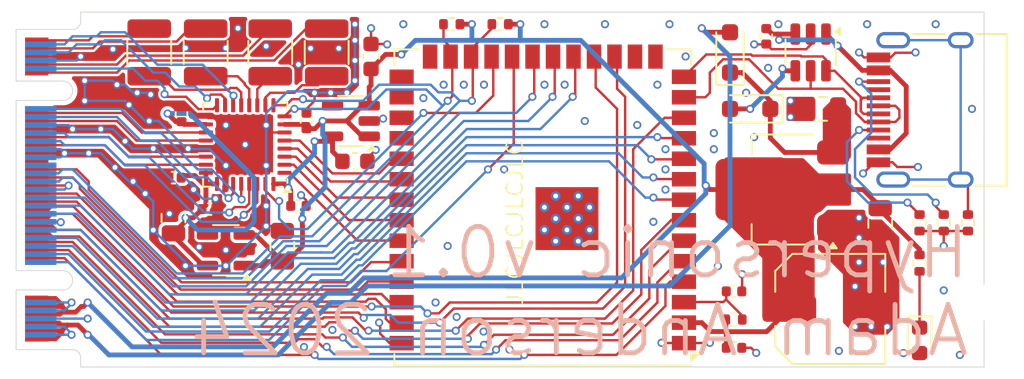
<source format=kicad_pcb>
(kicad_pcb (version 20240108) (generator "pcbnew") (generator_version "8.0")
  (layers (0 "F.Cu" signal) (1 "In1.Cu" signal) (2 "In2.Cu" signal) (31 "B.Cu" signal) (34 "B.Paste" user) (35 "F.Paste" user) (36 "B.SilkS" user "B.Silkscreen") (37 "F.SilkS" user "F.Silkscreen") (38 "B.Mask" user) (39 "F.Mask" user) (44 "Edge.Cuts" user))
  (net 0 "")
  (net 3 "/USB_D-")
  (net 4 "/USB_D+")
  (net 5 "GND")
  (net 6 "Net-(J1-SHIELD)")
  (net 7 "Net-(J1-CC1)")
  (net 8 "Net-(J1-CC2)")
  (net 9 "+3V3")
  (net 10 "VCC")
  (net 11 "+1V8")
  (net 12 "/BOOT")
  (net 13 "/RIGHT_LO+")
  (net 14 "/HPRCOM")
  (net 15 "/LEFT_LO+")
  (net 16 "/MIC1R-")
  (net 17 "/LEFT_LO-")
  (net 18 "/MICBIAS")
  (net 19 "/HPLCOM")
  (net 20 "/RIGHT_LO-")
  (net 21 "/HPROUT")
  (net 22 "/MIC1R+")
  (net 23 "/HPLOUT")
  (net 24 "/MIC1L+")
  (net 25 "/MIC1L-")
  (net 26 "/I2C_SDA")
  (net 27 "/I2C_SCL")
  (net 28 "/CODEC_EN")
  (net 29 "/RX")
  (net 30 "/TX")
  (net 31 "/I2S_DO")
  (net 32 "/I2S_DI")
  (net 33 "/I2S_BCLK")
  (net 34 "/I2S_MCLK")
  (net 35 "/I2S_LRCLK")
  (net 36 "A3V0")
  (net 37 "VIN")
  (net 38 "Net-(U1-EN)")
  (net 39 "Net-(U5-MIC1L-)")
  (net 40 "Net-(U5-MIC1R-)")
  (net 41 "Net-(U5-MIC1L+)")
  (net 42 "Net-(U5-MIC1R+)")
  (net 43 "Net-(D4-K)")
  (net 46 "/SPI_MOSI")
  (net 47 "/SPI_CLK")
  (net 51 "/SPI_MISO")
  (net 53 "/IO5")
  (net 56 "/VBUS")
  (net 57 "/VBUS_OUT")
  (net 59 "/IO6")
  (net 60 "/IO1")
  (net 61 "/IO2")
  (net 63 "/IO7")
  (net 64 "/IO9")
  (net 65 "/IO8")
  (net 66 "/IO10")
  (net 67 "/IO18")
  (net 68 "/IO17")
  (net 69 "/IO16")
  (net 70 "/IO14")
  (net 71 "/IO15")
  (net 72 "/IO4")
  (net 73 "/MIC2L")
  (net 74 "/MIC2R")
  (footprint "Capacitor_SMD:C_1210_3225Metric" (layer "F.Cu") (at 101.75 83.5 90)
    (property "Reference" "CF4" (hide yes))
    (property "Value" "1u" (hide yes))
  )
  (footprint "Capacitor_SMD:C_0402_1005Metric" (layer "F.Cu") (at 107.5 93.0125 180)
    (property "Reference" "C7" (hide yes))
    (property "Value" "100n" (hide yes))
  )
  (footprint "Diode_SMD:D_SOD-323_HandSoldering" (layer "F.Cu") (at 135.5 87 180)
    (property "Reference" "D3" (hide yes))
    (property "Value" "D_Schottky_Small" (hide yes))
  )
  (footprint "Resistor_SMD:R_0402_1005Metric" (layer "F.Cu") (at 147.5 94.06 -90)
    (property "Reference" "R4" (hide yes))
    (property "Value" "5.1K" (hide yes))
  )
  (footprint "Capacitor_SMD:C_0805_2012Metric" (layer "F.Cu") (at 99.75 93.7625 90)
    (property "Reference" "C10" (hide yes))
    (property "Value" "10u" (hide yes))
  )
  (footprint "Resistor_SMD:R_0402_1005Metric" (layer "F.Cu") (at 120 81.75)
    (property "Reference" "R6" (hide yes))
    (property "Value" "2K2" (hide yes))
  )
  (footprint "Capacitor_SMD:C_0402_1005Metric" (layer "F.Cu") (at 99.75 91.2625)
    (property "Reference" "C14" (hide yes))
    (property "Value" "100n" (hide yes))
  )
  (footprint "Package_TO_SOT_SMD:TSOT-23-5" (layer "F.Cu") (at 103 95.7625 180)
    (property "Reference" "U4" (hide yes))
    (property "Value" "NCV8114ASN280T1G" (hide yes))
  )
  (footprint "Package_TO_SOT_SMD:SOT-23-6" (layer "F.Cu") (at 139.25 83.5 -90)
    (property "Reference" "U2" (hide yes))
    (property "Value" "TPD3S014" (hide yes))
  )
  (footprint "Package_TO_SOT_SMD:SOT-223-3_TabPin2" (layer "F.Cu") (at 137.5 92 180)
    (property "Reference" "U3" (hide yes))
    (property "Value" "TLV1117-33" (hide yes))
  )
  (footprint "Capacitor_SMD:C_Elec_6.3x5.8" (layer "F.Cu") (at 140.465407 99.397344)
    (property "Reference" "C8" (hide yes))
    (property "Value" "BFC" (hide yes))
  )
  (footprint "Capacitor_SMD:C_0402_1005Metric" (layer "F.Cu") (at 108 87.75 -90)
    (property "Reference" "C9" (hide yes))
    (property "Value" "100n" (hide yes))
  )
  (footprint "Connector_USB:USB_C_Receptacle_HRO_TYPE-C-31-M-12" (layer "F.Cu") (at 147.5 87.06 90)
    (property "Reference" "J1" (hide yes))
    (property "Value" "USB_C_Receptacle_USB2.0_16P" (hide yes))
  )
  (footprint "Capacitor_SMD:C_0603_1608Metric" (layer "F.Cu") (at 111 90.25 180)
    (property "Reference" "C15" (hide yes))
    (property "Value" "1u" (hide yes))
  )
  (footprint "Package_TO_SOT_SMD:SOT-23-5" (layer "F.Cu") (at 110.75 87.75 180)
    (property "Reference" "U6" (hide yes))
    (property "Value" "MIC5504-1.8YM5" (hide yes))
  )
  (footprint "Resistor_SMD:R_0402_1005Metric" (layer "F.Cu") (at 117 81.75)
    (property "Reference" "R5" (hide yes))
    (property "Value" "2K2" (hide yes))
  )
  (footprint "Capacitor_SMD:C_0402_1005Metric" (layer "F.Cu") (at 134.5 101.81 180)
    (property "Reference" "C2" (hide yes))
    (property "Value" "100n" (hide yes))
  )
  (footprint "Diode_SMD:D_SOD-323_HandSoldering" (layer "F.Cu") (at 134.25 83.5 90)
    (property "Reference" "D2" (hide yes))
    (property "Value" "D_Schottky_Small" (hide yes))
  )
  (footprint "Resistor_SMD:R_0402_1005Metric" (layer "F.Cu") (at 149 94.06 -90)
    (property "Reference" "R1" (hide yes))
    (property "Value" "0R" (hide yes))
  )
  (footprint "LED_SMD:LED_0603_1608Metric" (layer "F.Cu") (at 146 101.347501 -90)
    (property "Reference" "D4" (hide yes))
    (property "Value" "LED_Small" (hide yes))
  )
  (footprint "FPlib:NGFF_B+M" (layer "F.Cu") (at 90 92 -90)
    (property "Reference" "J2" (hide yes))
    (property "Value" "NGFF-BOARD-EDGE" (hide yes))
    (fp_line (start -9.925 0) (end -6.725 0) (stroke (width 0.05)) (layer "Edge.Cuts"))
    (fp_line (start -6.725 0) (end -6.725 -2.9) (stroke (width 0.05)) (layer "Edge.Cuts"))
    (fp_line (start -5.525 0) (end 0 0) (stroke (width 0.05)) (layer "Edge.Cuts"))
    (fp_line (start 0 0) (end 5.025 0) (stroke (width 0.05)) (layer "Edge.Cuts"))
    (fp_line (start 5.025 0) (end 5.025 -2.9) (stroke (width 0.05)) (layer "Edge.Cuts"))
    (fp_line (start 6.225 0) (end 9.925 0) (stroke (width 0.05)) (layer "Edge.Cuts"))
    (fp_line (start 9.925 0) (end 9.925 -3.5) (stroke (width 0.05)) (layer "Edge.Cuts"))
    (fp_line (start -5.525 -2.9) (end -5.525 0) (stroke (width 0.05)) (layer "Edge.Cuts"))
    (fp_line (start 6.225 -2.9) (end 6.225 0) (stroke (width 0.05)) (layer "Edge.Cuts"))
    (fp_line (start -9.925 -3.5) (end -9.925 0) (stroke (width 0.05)) (layer "Edge.Cuts"))
    (fp_line (start -11 -4) (end -10.425 -4) (stroke (width 0.05)) (layer "Edge.Cuts"))
    (fp_line (start 10.425 -4) (end 11 -4) (stroke (width 0.05)) (layer "Edge.Cuts"))
    (fp_arc (start -6.725 -2.9) (mid -6.125 -3.5) (end -5.525 -2.9) (stroke (width 0.05)) (layer "Edge.Cuts"))
    (fp_arc (start 5.025 -2.9) (mid 5.625 -3.5) (end 6.225 -2.9) (stroke (width 0.05)) (layer "Edge.Cuts"))
    (fp_arc (start 9.925 -3.5) (mid 10.071447 -3.853553) (end 10.425 -4) (stroke (width 0.05)) (layer "Edge.Cuts"))
    (fp_arc (start -10.425 -4) (mid -10.071447 -3.853553) (end -9.925 -3.5) (stroke (width 0.05)) (layer "Edge.Cuts"))
  )
  (footprint "Capacitor_SMD:C_0805_2012Metric" (layer "F.Cu") (at 143.561331 94.10602 -90)
    (property "Reference" "C6" (hide yes))
    (property "Value" "10u" (hide yes))
  )
  (footprint "Capacitor_SMD:C_1210_3225Metric" (layer "F.Cu") (at 105.75 83.5 90)
    (property "Reference" "CF1" (hide yes))
    (property "Value" "1u" (hide yes))
  )
  (footprint "Capacitor_SMD:C_0805_2012Metric" (layer "F.Cu") (at 140 87 180)
    (property "Reference" "C4" (hide yes))
    (property "Value" "10u" (hide yes))
  )
  (footprint "Resistor_SMD:R_0402_1005Metric" (layer "F.Cu") (at 146 96.56 90)
    (property "Reference" "R7" (hide yes))
    (property "Value" "1K" (hide yes))
  )
  (footprint "Capacitor_SMD:C_1210_3225Metric" (layer "F.Cu") (at 109.25 83.5 90)
    (property "Reference" "CF3" (hide yes))
    (property "Value" "1u" (hide yes))
  )
  (footprint "Resistor_SMD:R_0402_1005Metric" (layer "F.Cu") (at 134.5 100.06)
    (property "Reference" "R2" (hide yes))
    (property "Value" "10K" (hide yes))
  )
  (footprint "Package_DFN_QFN:QFN-32-1EP_5x5mm_P0.5mm_EP3.45x3.45mm" (layer "F.Cu") (at 104.2 89.2125 180)
    (property "Reference" "U5" (hide yes))
    (property "Value" "TLV320AIC3101" (hide yes))
  )
  (footprint "Capacitor_SMD:C_0402_1005Metric" (layer "F.Cu") (at 100.25 87.3125 -90)
    (property "Reference" "C13" (hide yes))
    (property "Value" "100n" (hide yes))
  )
  (footprint "Resistor_SMD:R_0402_1005Metric" (layer "F.Cu") (at 146 94.06 -90)
    (property "Reference" "R3" (hide yes))
    (property "Value" "5.1K" (hide yes))
  )
  (footprint "MountingHole:MountingHole_2.2mm_M2" (layer "F.Cu") (at 150 99)
    (property "Reference" "H1" (hide yes))
    (property "Value" "MountingHole" (hide yes))
  )
  (footprint "Capacitor_SMD:C_0402_1005Metric" (layer "F.Cu") (at 134.5 98.31 180)
    (property "Reference" "C1" (hide yes))
    (property "Value" "100n" (hide yes))
  )
  (footprint "Capacitor_SMD:C_1210_3225Metric" (layer "F.Cu") (at 98.25 83.5 90)
    (property "Reference" "CF2" (hide yes))
    (property "Value" "1u" (hide yes))
  )
  (footprint "Capacitor_SMD:C_0402_1005Metric" (layer "F.Cu") (at 136.5 82.5 -90)
    (property "Reference" "C3" (hide yes))
    (property "Value" "100n" (hide yes))
  )
  (footprint "RF_Module:ESP32-S3-WROOM-1U" (layer "F.Cu") (at 122.645606 93.11 180)
    (property "Reference" "U1" (hide yes))
    (property "Value" "ESP32-S3-WROOM-1" (hide yes))
  )
  (footprint "Capacitor_SMD:C_0402_1005Metric" (layer "F.Cu") (at 102 93.2125 180)
    (property "Reference" "C12" (hide yes))
    (property "Value" "100n" (hide yes))
  )
  (footprint "Capacitor_SMD:C_0805_2012Metric" (layer "F.Cu") (at 106.5 95.5125 90)
    (property "Reference" "C5" (hide yes))
    (property "Value" "10u" (hide yes))
  )
  (footprint "Capacitor_SMD:C_0603_1608Metric" (layer "F.Cu") (at 112 83.75 -90)
    (property "Reference" "C11" (hide yes))
    (property "Value" "1u" (hide yes))
  )
  (gr_line (start 150 81) (end 150 103) (stroke (width 0.05)) (layer "Edge.Cuts"))
  (gr_line (start 94 103) (end 150 103) (stroke (width 0.05)) (layer "Edge.Cuts"))
  (gr_line (start 94 81) (end 150 81) (stroke (width 0.05)) (layer "Edge.Cuts"))
  (gr_text "Hypersonic v0.1\nAdam Anderson 2024" (at 149.25 102.5 0) (layer "B.SilkS") (effects (font (size 3 3) (thickness 0.3)) (justify left bottom mirror)))
  (gr_text "JLCJLCJLCJLC" (at 121.5 99.25 90) (layer "F.SilkS") (effects (font (size 1 1) (thickness 0.1)) (justify left bottom)))
  (segment (start 143.455 86.81) (end 144.5 86.81) (width 0.15) (layer "F.Cu") (net 3))
  (segment (start 142.06 87.264264) (end 142.06 86.56) (width 0.15) (layer "F.Cu") (net 3))
  (segment (start 143.455 87.81) (end 142.605736 87.81) (width 0.15) (layer "F.Cu") (net 3))
  (segment (start 142.06 86.56) (end 141.25 85.75) (width 0.15) (layer "F.Cu") (net 3))
  (segment (start 141.25 85.75) (end 139.25 85.75) (width 0.15) (layer "F.Cu") (net 3))
  (segment (start 135.427712 83.927712) (end 136.140979 84.640979) (width 0.15) (layer "F.Cu") (net 3))
  (segment (start 136.140979 84.640979) (end 136.140979 84.653592) (width 0.15) (layer "F.Cu") (net 3))
  (segment (start 139.25 85.75) (end 139.25 84.6375) (width 0.15) (layer "F.Cu") (net 3))
  (segment (start 144.5 87.81) (end 143.455 87.81) (width 0.15) (layer "F.Cu") (net 3))
  (segment (start 131.395606 86.28) (end 132.72 86.28) (width 0.15) (layer "F.Cu") (net 3))
  (segment (start 142.605736 87.81) (end 142.06 87.264264) (width 0.15) (layer "F.Cu") (net 3))
  (segment (start 136.140979 84.653592) (end 137.237387 85.75) (width 0.15) (layer "F.Cu") (net 3))
  (segment (start 133 84.75) (end 133.822288 83.927712) (width 0.15) (layer "F.Cu") (net 3))
  (segment (start 133.822288 83.927712) (end 135.427712 83.927712) (width 0.15) (layer "F.Cu") (net 3))
  (segment (start 133 86) (end 133 84.75) (width 0.15) (layer "F.Cu") (net 3))
  (segment (start 144.75 87.56) (end 144.5 87.81) (width 0.15) (layer "F.Cu") (net 3))
  (segment (start 144.75 87.06) (end 144.75 87.56) (width 0.15) (layer "F.Cu") (net 3))
  (segment (start 144.5 86.81) (end 144.75 87.06) (width 0.15) (layer "F.Cu") (net 3))
  (segment (start 137.237387 85.75) (end 139.25 85.75) (width 0.15) (layer "F.Cu") (net 3))
  (segment (start 132.72 86.28) (end 133 86) (width 0.15) (layer "F.Cu") (net 3))
  (segment (start 140.199999 84.6375) (end 140.7325 84.6375) (width 0.15) (layer "F.Cu") (net 4))
  (segment (start 140.7325 84.6375) (end 142.36 86.265) (width 0.15) (layer "F.Cu") (net 4))
  (segment (start 142.53 87.31) (end 143.455 87.31) (width 0.15) (layer "F.Cu") (net 4))
  (segment (start 135.624264 83.7) (end 135.551976 83.627712) (width 0.15) (layer "F.Cu") (net 4))
  (segment (start 140 83.75) (end 138.680197 83.75) (width 0.15) (layer "F.Cu") (net 4))
  (segment (start 140.199999 83.949999) (end 140 83.75) (width 0.15) (layer "F.Cu") (net 4))
  (segment (start 142.36 87.14) (end 142.53 87.31) (width 0.15) (layer "F.Cu") (net 4))
  (segment (start 142.5 86.31) (end 143.455 86.31) (width 0.15) (layer "F.Cu") (net 4))
  (segment (start 132.777894 83.627712) (end 131.395606 85.01) (width 0.15) (layer "F.Cu") (net 4))
  (segment (start 142.36 86.45) (end 142.5 86.31) (width 0.15) (layer "F.Cu") (net 4))
  (segment (start 142.36 86.265) (end 142.36 87.14) (width 0.15) (layer "F.Cu") (net 4))
  (segment (start 138.630197 83.7) (end 135.624264 83.7) (width 0.15) (layer "F.Cu") (net 4))
  (segment (start 138.680197 83.75) (end 138.630197 83.7) (width 0.15) (layer "F.Cu") (net 4))
  (segment (start 135.551976 83.627712) (end 132.777894 83.627712) (width 0.15) (layer "F.Cu") (net 4))
  (segment (start 142.36 87.14) (end 142.36 86.45) (width 0.15) (layer "F.Cu") (net 4))
  (segment (start 140.199999 84.6375) (end 140.199999 83.949999) (width 0.15) (layer "F.Cu") (net 4))
  (segment (start 112.032819 87.604681) (end 111.8875 87.75) (width 0.15) (layer "F.Cu") (net 5))
  (segment (start 108 87) (end 108 87.27) (width 0.15) (layer "F.Cu") (net 5))
  (segment (start 145.9 90.6) (end 144.615381 90.6) (width 0.15) (layer "F.Cu") (net 5))
  (segment (start 111.775 90.053248) (end 111.775 90.25) (width 0.15) (layer "F.Cu") (net 5))
  (segment (start 135.56 101.81) (end 134.98 101.81) (width 0.15) (layer "F.Cu") (net 5))
  (segment (start 130.01 101.51) (end 132.99 101.51) (width 0.15) (layer "F.Cu") (net 5))
  (segment (start 112.289124 89.539124) (end 111.775 90.053248) (width 0.15) (layer "F.Cu") (net 5))
  (segment (start 101.05 87.4625) (end 100.42 86.8325) (width 0.15) (layer "F.Cu") (net 5))
  (segment (start 108.5 86.0125) (end 108.5 86.5) (width 0.15) (layer "F.Cu") (net 5))
  (segment (start 144.325381 90.31) (end 143.455 90.31) (width 0.15) (layer "F.Cu") (net 5))
  (segment (start 135.875 102.125) (end 135.56 101.81) (width 0.15) (layer "F.Cu") (net 5))
  (segment (start 104.95 88.4625) (end 104.2 89.2125) (width 0.15) (layer "F.Cu") (net 5))
  (segment (start 107.98 93.0125) (end 107.98 92.664252) (width 0.15) (layer "F.Cu") (net 5))
  (segment (start 143.455 83.81) (end 142.56 83.81) (width 0.15) (layer "F.Cu") (net 5))
  (segment (start 145.73 83.52) (end 144.5 83.52) (width 0.15) (layer "F.Cu") (net 5))
  (segment (start 112 82.975) (end 112.975 82.975) (width 0.15) (layer "F.Cu") (net 5))
  (segment (start 112.975 82.975) (end 113 83) (width 0.15) (layer "F.Cu") (net 5))
  (segment (start 112.566784 100.316784) (end 112.566784 100.936784) (width 0.15) (layer "F.Cu") (net 5))
  (segment (start 112.745604 87.604681) (end 112.032819 87.604681) (width 0.15) (layer "F.Cu") (net 5))
  (segment (start 144.5 83.52) (end 144.21 83.81) (width 0.15) (layer "F.Cu") (net 5))
  (segment (start 135.75 83) (end 136.48 83) (width 0.15) (layer "F.Cu") (net 5))
  (segment (start 132.99 101.51) (end 133 101.5) (width 0.15) (layer "F.Cu") (net 5))
  (segment (start 91.275 83.75) (end 94 83.75) (width 0.15) (layer "F.Cu") (net 5))
  (segment (start 108.5 86.5) (end 108 87) (width 0.15) (layer "F.Cu") (net 5))
  (segment (start 112.566784 100.936784) (end 113.14 101.51) (width 0.15) (layer "F.Cu") (net 5))
  (segment (start 147.5 95.5) (end 147.5 94.569999) (width 0.15) (layer "F.Cu") (net 5))
  (segment (start 143.455 90.31) (end 143.19 90.31) (width 0.15) (layer "F.Cu") (net 5))
  (segment (start 107.98 92.664252) (end 107.664124 92.348376) (width 0.15) (layer "F.Cu") (net 5))
  (segment (start 146 94.569999) (end 149 94.569999) (width 0.15) (layer "F.Cu") (net 5))
  (segment (start 100.42 86.8325) (end 100.25 86.8325) (width 0.15) (layer "F.Cu") (net 5))
  (segment (start 136.82 83.3) (end 136.5 82.98) (width 0.15) (layer "F.Cu") (net 5))
  (segment (start 91.275 91.75) (end 92.862035 91.75) (width 0.15) (layer "F.Cu") (net 5))
  (segment (start 138.974999 83.3) (end 136.82 83.3) (width 0.15) (layer "F.Cu") (net 5))
  (segment (start 106.199999 94.2625) (end 106.5 94.562501) (width 0.15) (layer "F.Cu") (net 5))
  (segment (start 135 97.25) (end 135 98.29) (width 0.15) (layer "F.Cu") (net 5))
  (segment (start 139.25 82.3625) (end 139.25 83.024999) (width 0.15) (layer "F.Cu") (net 5))
  (segment (start 144.21 83.81) (end 143.455 83.81) (width 0.15) (layer "F.Cu") (net 5))
  (segment (start 105.5 94.2625) (end 106.199999 94.2625) (width 0.15) (layer "F.Cu") (net 5))
  (segment (start 113.14 101.51) (end 114 101.51) (width 0.15) (layer "F.Cu") (net 5))
  (segment (start 145 102.135002) (end 146 102.135002) (width 0.15) (layer "F.Cu") (net 5))
  (segment (start 106.6375 88.4625) (end 104.95 88.4625) (width 0.15) (layer "F.Cu") (net 5))
  (segment (start 91.275 88.25) (end 92.5 88.25) (width 0.15) (layer "F.Cu") (net 5))
  (segment (start 142.56 83.81) (end 142.25 83.5) (width 0.15) (layer "F.Cu") (net 5))
  (segment (start 144.615381 90.6) (end 144.325381 90.31) (width 0.15) (layer "F.Cu") (net 5))
  (segment (start 112 82.975) (end 112 82) (width 0.15) (layer "F.Cu") (net 5))
  (segment (start 135 98.29) (end 134.98 98.31) (width 0.15) (layer "F.Cu") (net 5))
  (segment (start 112.5 100.25) (end 112.566784 100.316784) (width 0.15) (layer "F.Cu") (net 5))
  (segment (start 145.75 83.5) (end 145.73 83.52) (width 0.15) (layer "F.Cu") (net 5))
  (segment (start 136.48 83) (end 136.5 82.98) (width 0.15) (layer "F.Cu") (net 5))
  (segment (start 92.862035 91.75) (end 93.25 91.75) (width 0.15) (layer "F.Cu") (net 5))
  (segment (start 108.49375 86.00625) (end 108.5 86.0125) (width 0.15) (layer "F.Cu") (net 5))
  (segment (start 91.275 89.75) (end 92.5 89.75) (width 0.15) (layer "F.Cu") (net 5))
  (segment (start 101.7625 87.4625) (end 101.05 87.4625) (width 0.15) (layer "F.Cu") (net 5))
  (segment (start 139.25 83.024999) (end 138.974999 83.3) (width 0.15) (layer "F.Cu") (net 5))
  (segment (start 143.19 90.31) (end 142.5 91) (width 0.15) (layer "F.Cu") (net 5))
  (segment (start 130 101.5) (end 130.01 101.51) (width 0.15) (layer "F.Cu") (net 5))
  (via (at 110.5 86) (size 0.5) (drill 0.3) (layers "F.Cu" "B.Cu") (net 5))
  (via (at 94.434431 100.001735) (size 0.5) (drill 0.3) (layers "F.Cu" "B.Cu") (net 5))
  (via (at 145.9 90.6) (size 0.5) (drill 0.3) (layers "F.Cu" "B.Cu") (net 5))
  (via (at 142.25 83.5) (size 0.5) (drill 0.3) (layers "F.Cu" "B.Cu") (net 5))
  (via (at 105.5 93.0125) (size 0.5) (drill 0.3) (layers "F.Cu" "B.Cu") (net 5))
  (via (at 141 102) (size 0.5) (drill 0.3) (layers "F.Cu" "B.Cu") (net 5))
  (via (at 102.3625 92.564479) (size 0.5) (drill 0.3) (layers "F.Cu" "B.Cu") (net 5))
  (via (at 94.5 89.75) (size 0.5) (drill 0.3) (layers "F.Cu" "B.Cu") (net 5))
  (via (at 143 100.5) (size 0.5) (drill 0.3) (layers "F.Cu" "B.Cu") (net 5))
  (via (at 96 83.299999) (size 0.5) (drill 0.3) (layers "F.Cu" "B.Cu") (net 5))
  (via (at 112.745604 87.604681) (size 0.5) (drill 0.3) (layers "F.Cu" "B.Cu") (net 5))
  (via (at 142.25 93.75) (size 0.5) (drill 0.3) (layers "F.Cu" "B.Cu") (net 5))
  (via (at 130.25 92) (size 0.5) (drill 0.3) (layers "F.Cu" "B.Cu") (net 5))
  (via (at 94.25 85.25) (size 0.5) (drill 0.3) (layers "F.Cu" "B.Cu") (net 5))
  (via (at 135.875 102.125) (size 0.5) (drill 0.3) (layers "F.Cu" "B.Cu") (net 5))
  (via (at 93 89.75) (size 0.5) (drill 0.3) (layers "F.Cu" "B.Cu") (net 5))
  (via (at 96.75 89) (size 0.5) (drill 0.3) (layers "F.Cu" "B.Cu") (net 5))
  (via (at 110 83.25) (size 0.5) (drill 0.3) (layers "F.Cu" "B.Cu") (net 5))
  (via (at 129.5 94) (size 0.5) (drill 0.3) (layers "F.Cu" "B.Cu") (net 5))
  (via (at 142 98) (size 0.5) (drill 0.3) (layers "F.Cu" "B.Cu") (net 5))
  (via (at 147.5 95.5) (size 0.5) (drill 0.3) (layers "F.Cu" "B.Cu") (net 5))
  (via (at 129.75 85.5) (size 0.5) (drill 0.3) (layers "F.Cu" "B.Cu") (net 5))
  (via (at 143.75 96.5) (size 0.5) (drill 0.3) (layers "F.Cu" "B.Cu") (net 5))
  (via (at 103 96.725) (size 0.5) (drill 0.3) (layers "F.Cu" "B.Cu") (net 5))
  (via (at 99.5 93.5) (size 0.5) (drill 0.3) (layers "F.Cu" "B.Cu") (net 5))
  (via (at 111 81.75) (size 0.5) (drill 0.3) (layers "F.Cu" "B.Cu") (net 5))
  (via (at 108.49375 86.00625) (size 0.5) (drill 0.3) (layers "F.Cu" "B.Cu") (net 5))
  (via (at 130.25 89.5) (size 0.5) (drill 0.3) (layers "F.Cu" "B.Cu") (net 5))
  (via (at 128.5 88) (size 0.5) (drill 0.3) (layers "F.Cu" "B.Cu") (net 5))
  (via (at 133 101.5) (size 0.5) (drill 0.3) (layers "F.Cu" "B.Cu") (net 5))
  (via (at 98.340765 86.108937) (size 0.5) (drill 0.3) (layers "F.Cu" "B.Cu") (net 5))
  (via (at 122.75 85.5) (size 0.5) (drill 0.3) (layers "F.Cu" "B.Cu") (net 5))
  (via (at 107.664124 92.348376) (size 0.5) (drill 0.3) (layers "F.Cu" "B.Cu") (net 5))
  (via (at 100.662902 89.459458) (size 0.5) (drill 0.3) (layers "F.Cu" "B.Cu") (net 5))
  (via (at 112 82) (size 0.5) (drill 0.3) (layers "F.Cu" "B.Cu") (net 5))
  (via (at 133.25 88.5) (size 0.5) (drill 0.3) (layers "F.Cu" "B.Cu") (net 5))
  (via (at 135.75 83) (size 0.5) (drill 0.3) (layers "F.Cu" "B.Cu") (net 5))
  (via (at 118.975013 100.800036) (size 0.5) (drill 0.3) (layers "F.Cu" "B.Cu") (net 5))
  (via (at 94 83.75) (size 0.5) (drill 0.3) (layers "F.Cu" "B.Cu") (net 5))
  (via (at 109.604394 100.7) (size 0.5) (drill 0.3) (layers "F.Cu" "B.Cu") (net 5))
  (via (at 138 86.5) (size 0.5) (drill 0.3) (layers "F.Cu" "B.Cu") (net 5))
  (via (at 111 82.75) (size 0.5) (drill 0.3) (layers "F.Cu" "B.Cu") (net 5))
  (via (at 97 86.75) (size 0.5) (drill 0.3) (layers "F.Cu" "B.Cu") (net 5))
  (via (at 95.25 88.25) (size 0.5) (drill 0.3) (layers "F.Cu" "B.Cu") (net 5))
  (via (at 100.5 96.725) (size 0.5) (drill 0.3) (layers "F.Cu" "B.Cu") (net 5))
  (via (at 115.243185 86.329635) (size 0.5) (drill 0.3) (layers "F.Cu" "B.Cu") (net 5))
  (via (at 93.25 91.75) (size 0.5) (drill 0.3) (layers "F.Cu" "B.Cu") (net 5))
  (via (at 138 87.5) (size 0.5) (drill 0.3) (layers "F.Cu" "B.Cu") (net 5))
  (via (at 98.25 87.75) (size 0.5) (drill 0.3) (layers "F.Cu" "B.Cu") (net 5))
  (via (at 103 88.0125) (size 0.5) (drill 0.3) (layers "F.Cu" "B.Cu") (net 5))
  (via (at 122.75 81.75) (size 0.5) (drill 0.3) (layers "F.Cu" "B.Cu") (net 5))
  (via (at 98 92.25) (size 0.5) (drill 0.3) (layers "F.Cu" "B.Cu") (net 5))
  (via (at 111 85.25) (size 0.5) (drill 0.3) (layers "F.Cu" "B.Cu") (net 5))
  (via (at 98.5 94.5125) (size 0.5) (drill 0.3) (layers "F.Cu" "B.Cu") (net 5))
  (via (at 125.25 87.75) (size 0.5) (drill 0.3) (layers "F.Cu" "B.Cu") (net 5))
  (via (at 105.5 90.5125) (size 0.5) (drill 0.3) (layers "F.Cu" "B.Cu") (net 5))
  (via (at 93.434431 101.001735) (size 0.5) (drill 0.3) (layers "F.Cu" "B.Cu") (net 5))
  (via (at 116 99) (size 0.5) (drill 0.3) (layers "F.Cu" "B.Cu") (net 5))
  (via (at 147.5 98.25) (size 0.5) (drill 0.3) (layers "F.Cu" "B.Cu") (net 5))
  (via (at 93.434431 99.001735) (size 0.5) (drill 0.3) (layers "F.Cu" "B.Cu") (net 5))
  (via (at 114 81.75) (size 0.5) (drill 0.3) (layers "F.Cu" "B.Cu") (net 5))
  (via (at 148.5 102.25) (size 0.5) (drill 0.3) (layers "F.Cu" "B.Cu") (net 5))
  (via (at 142.75 81.75) (size 0.5) (drill 0.3) (layers "F.Cu" "B.Cu") (net 5))
  (via (at 100.5 83.225) (size 0.5) (drill 0.3) (layers "F.Cu" "B.Cu") (net 5))
  (via (at 145.75 83.5) (size 0.5) (drill 0.3) (layers "F.Cu" "B.Cu") (net 5))
  (via (at 111 84) (size 0.5) (drill 0.3) (layers "F.Cu" "B.Cu") (net 5))
  (via (at 120.25 90.75) (size 0.5) (drill 0.3) (layers "F.Cu" "B.Cu") (net 5))
  (via (at 117.303165 99.895966) (size 0.5) (drill 0.3) (layers "F.Cu" "B.Cu") (net 5))
  (via (at 130 101.5) (size 0.5) (drill 0.3) (layers "F.Cu" "B.Cu") (net 5))
  (via (at 97.5 86) (size 0.5) (drill 0.3) (layers "F.Cu" "B.Cu") (net 5))
  (via (at 107.5 84.25) (size 0.5) (drill 0.3) (layers "F.Cu" "B.Cu") (net 5))
  (via (at 112.289124 89.539124) (size 0.5) (drill 0.3) (layers "F.Cu" "B.Cu") (net 5))
  (via (at 136.615979 84.45684) (size 0.5) (drill 0.3) (layers "F.Cu" "B.Cu") (net 5))
  (via (at 149.25 87) (size 0.5) (drill 0.3) (layers "F.Cu" "B.Cu") (net 5))
  (via (at 92.763689 94.024218) (size 0.5) (drill 0.3) (layers "F.Cu" "B.Cu") (net 5))
  (via (at 135 97.25) (size 0.5) (drill 0.3) (layers "F.Cu" "B.Cu") (net 5))
  (via (at 94.25 86.5) (size 0.5) (drill 0.3) (layers "F.Cu" "B.Cu") (net 5))
  (via (at 142.25 96.5) (size 0.5) (drill 0.3) (layers "F.Cu" "B.Cu") (net 5))
  (via (at 97.25 91.5) (size 0.5) (drill 0.3) (layers "F.Cu" "B.Cu") (net 5))
  (via (at 98.5 89.460508) (size 0.5) (drill 0.3) (layers "F.Cu" "B.Cu") (net 5))
  (via (at 103 90.5125) (size 0.5) (drill 0.3) (layers "F.Cu" "B.Cu") (net 5))
  (via (at 104.2 89.2125) (size 0.5) (drill 0.3) (layers "F.Cu" "B.Cu") (net 5))
  (via (at 119 85.5) (size 0.5) (drill 0.3) (layers "F.Cu" "B.Cu") (net 5))
  (via (at 96.125 90.625) (size 0.5) (drill 0.3) (layers "F.Cu" "B.Cu") (net 5))
  (via (at 142.25 95) (size 0.5) (drill 0.3) (layers "F.Cu" "B.Cu") (net 5))
  (via (at 93.5 88.25) (size 0.5) (drill 0.3) (layers "F.Cu" "B.Cu") (net 5))
  (via (at 105.5 88.0125) (size 0.5) (drill 0.3) (layers "F.Cu" "B.Cu") (net 5))
  (via (at 117.75 85.5) (size 0.5) (drill 0.3) (layers "F.Cu" "B.Cu") (net 5))
  (via (at 101.339637 95.563196) (size 0.5) (drill 0.3) (layers "F.Cu" "B.Cu") (net 5))
  (via (at 137.25 81.75) (size 0.5) (drill 0.3) (layers "F.Cu" "B.Cu") (net 5))
  (via (at 113 83) (size 0.5) (drill 0.3) (layers "F.Cu" "B.Cu") (net 5))
  (via (at 142.5 91) (size 0.5) (drill 0.3) (layers "F.Cu" "B.Cu") (net 5))
  (via (at 131.5 83.75) (size 0.5) (drill 0.3) (layers "F.Cu" "B.Cu") (net 5))
  (via (at 124 85.5) (size 0.5) (drill 0.3) (layers "F.Cu" "B.Cu") (net 5))
  (via (at 105.5 94.2625) (size 0.5) (drill 0.3) (layers "F.Cu" "B.Cu") (net 5))
  (via (at 142 100.5) (size 0.5) (drill 0.3) (layers "F.Cu" "B.Cu") (net 5))
  (via (at 147 81.75) (size 0.5) (drill 0.3) (layers "F.Cu" "B.Cu") (net 5))
  (via (at 103 95.75) (size 0.5) (drill 0.3) (layers "F.Cu" "B.Cu") (net 5))
  (via (at 108.25 83.25) (size 0.5) (drill 0.3) (layers "F.Cu" "B.Cu") (net 5))
  (via (at 133.5 96.75) (size 0.5) (drill 0.3) (layers "F.Cu" "B.Cu") (net 5))
  (via (at 112.5 100.25) (size 0.5) (drill 0.3) (layers "F.Cu" "B.Cu") (net 5))
  (via (at 126.5 81.75) (size 0.5) (drill 0.3) (layers "F.Cu" "B.Cu") (net 5))
  (via (at 101 92) (size 0.5) (drill 0.3) (layers "F.Cu" "B.Cu") (net 5))
  (via (at 116.5 85.5) (size 0.5) (drill 0.3) (layers "F.Cu" "B.Cu") (net 5))
  (via (at 144 100.5) (size 0.5) (drill 0.3) (layers "F.Cu" "B.Cu") (net 5))
  (via (at 96.25 85.5) (size 0.5) (drill 0.3) (layers "F.Cu" "B.Cu") (net 5))
  (via (at 116.75 95.5) (size 0.5) (drill 0.3) (layers "F.Cu" "B.Cu") (net 5))
  (via (at 135.75 88.75) (size 0.5) (drill 0.3) (layers "F.Cu" "B.Cu") (net 5))
  (via (at 107.843264 101.761357) (size 0.5) (drill 0.3) (layers "F.Cu" "B.Cu") (net 5))
  (via (at 130.25 90.75) (size 0.5) (drill 0.3) (layers "F.Cu" "B.Cu") (net 5))
  (via (at 109.5 86) (size 0.5) (drill 0.3) (layers "F.Cu" "B.Cu") (net 5))
  (via (at 103.75 82) (size 0.5) (drill 0.3) (layers "F.Cu" "B.Cu") (net 5))
  (via (at 133.25 89.5) (size 0.5) (drill 0.3) (layers "F.Cu" "B.Cu") (net 5))
  (via (at 135.25 86) (size 0.5) (drill 0.3) (layers "F.Cu" "B.Cu") (net 5))
  (via (at 103 83.225) (size 0.5) (drill 0.3) (layers "F.Cu" "B.Cu") (net 5))
  (via (at 120.579177 101.914588) (size 0.5) (drill 0.3) (layers "F.Cu" "B.Cu") (net 5))
  (via (at 130.5 81.75) (size 0.5) (drill 0.3) (layers "F.Cu" "B.Cu") (net 5))
  (via (at 105.5 83.112499) (size 0.5) (drill 0.3) (layers "F.Cu" "B.Cu") (net 5))
  (via (at 145 102.135002) (size 0.5) (drill 0.3) (layers "F.Cu" "B.Cu") (net 5))
  (segment (start 92.75 89.5) (end 91.525 89.5) (width 0.15) (layer "B.Cu") (net 5))
  (segment (start 101.975 89.4875) (end 100.690944 89.4875) (width 0.15) (layer "B.Cu") (net 5))
  (segment (start 101 92) (end 101 91.8125) (width 0.15) (layer "B.Cu") (net 5))
  (segment (start 93.5 99) (end 93 99.5) (width 0.15) (layer "B.Cu") (net 5))
  (segment (start 91.525 84) (end 93.75 84) (width 0.15) (layer "B.Cu") (net 5))
  (segment (start 95.25 88.25) (end 93.5 88.25) (width 0.15) (layer "B.Cu") (net 5))
  (segment (start 93.5 99) (end 91.525 99) (width 0.15) (layer "B.Cu") (net 5))
  (segment (start 105.5 87.25) (end 105.5 88.0125) (width 0.15) (layer "B.Cu") (net 5))
  (segment (start 111 82.75) (end 111 81.75) (width 0.15) (layer "B.Cu") (net 5))
  (segment (start 92.763689 94.024218) (end 92.739471 94) (width 0.15) (layer "B.Cu") (net 5))
  (segment (start 96.75 89) (end 96 88.25) (width 0.15) (layer "B.Cu") (net 5))
  (segment (start 105.5 90.5125) (end 105.5 88.0125) (width 0.15) (layer "B.Cu") (net 5))
  (segment (start 100.5 96.725) (end 100.5 96.5125) (width 0.15) (layer "B.Cu") (net 5))
  (segment (start 92.75 90) (end 91.525 90) (width 0.15) (layer "B.Cu") (net 5))
  (segment (start 96.25 85.5) (end 96 85.25) (width 0.15) (layer "B.Cu") (net 5))
  (segment (start 98.648008 89.460508) (end 98.5 89.460508) (width 0.15) (layer "B.Cu") (net 5))
  (segment (start 111 85.25) (end 111 84) (width 0.15) (layer "B.Cu") (net 5))
  (segment (start 110.5 85.75) (end 111 85.25) (width 0.15) (layer "B.Cu") (net 5))
  (segment (start 93.25 88) (end 91.525 88) (width 0.15) (layer "B.Cu") (net 5))
  (segment (start 96 88.25) (end 95.25 88.25) (width 0.15) (layer "B.Cu") (net 5))
  (segment (start 98 92.25) (end 97.25 91.5) (width 0.15) (layer "B.Cu") (net 5))
  (segment (start 101 91.8125) (end 98.648008 89.460508) (width 0.15) (layer "B.Cu") (net 5))
  (segment (start 97.25 86) (end 96.75 85.5) (width 0.15) (layer "B.Cu") (net 5))
  (segment (start 100.662902 89.459458) (end 100.540542 89.459458) (width 0.15) (layer "B.Cu") (net 5))
  (segment (start 93.25 91.75) (end 93 92) (width 0.15) (layer "B.Cu") (net 5))
  (segment (start 100.540542 89.459458) (end 98.831084 87.75) (width 0.15) (layer "B.Cu") (net 5))
  (segment (start 93 99.5) (end 91.525 99.5) (width 0.15) (layer "B.Cu") (net 5))
  (segment (start 103 96.725) (end 103.0375 96.725) (width 0.15) (layer "B.Cu") (net 5))
  (segment (start 105.5 94.2625) (end 105.5 93.0125) (width 0.15) (layer "B.Cu") (net 5))
  (segment (start 92.739471 94) (end 91.525 94) (width 0.15) (layer "B.Cu") (net 5))
  (segment (start 93 89.75) (end 95.25 89.75) (width 0.15) (layer "B.Cu") (net 5))
  (segment (start 108.399173 85.911673) (end 106.838327 85.911673) (width 0.15) (layer "B.Cu") (net 5))
  (segment (start 93 89.75) (end 92.75 89.5) (width 0.15) (layer "B.Cu") (net 5))
  (segment (start 96.75 86.5) (end 94.25 86.5) (width 0.15) (layer "B.Cu") (net 5))
  (segment (start 98 87.75) (end 97 86.75) (width 0.15) (layer "B.Cu") (net 5))
  (segment (start 98.25 87.75) (end 98 87.75) (width 0.15) (layer "B.Cu") (net 5))
  (segment (start 101.975 89.4875) (end 103 90.5125) (width 0.15) (layer "B.Cu") (net 5))
  (segment (start 100.5 96.725) (end 103 96.725) (width 0.15) (layer "B.Cu") (net 5))
  (segment (start 100.5 96.5125) (end 98.5 94.5125) (width 0.15) (layer "B.Cu") (net 5))
  (segment (start 111 84) (end 111 82.75) (width 0.15) (layer "B.Cu") (net 5))
  (segment (start 110.5 86) (end 109.5 86) (width 0.15) (layer "B.Cu") (net 5))
  (segment (start 94.25 85.25) (end 94.25 86.5) (width 0.15) (layer "B.Cu") (net 5))
  (segment (start 93.75 84) (end 94 83.75) (width 0.15) (layer "B.Cu") (net 5))
  (segment (start 93 100.5) (end 91.525 100.5) (width 0.15) (layer "B.Cu") (net 5))
  (segment (start 93 92) (end 91.525 92) (width 0.15) (layer "B.Cu") (net 5))
  (segment (start 95.25 89.75) (end 97 91.5) (width 0.15) (layer "B.Cu") (net 5))
  (segment (start 98 92.25) (end 98.5 92.75) (width 0.15) (layer "B.Cu") (net 5))
  (segment (start 103.0375 96.725) (end 105.5 94.2625) (width 0.15) (layer "B.Cu") (net 5))
  (segment (start 98.231828 86) (end 97.5 86) (width 0.15) (layer "B.Cu") (net 5))
  (segment (start 96 85.25) (end 94.25 85.25) (width 0.15) (layer "B.Cu") (net 5))
  (segment (start 93.5 88.25) (end 93.25 88) (width 0.15) (layer "B.Cu") (net 5))
  (segment (start 93 89.75) (end 92.75 90) (width 0.15) (layer "B.Cu") (net 5))
  (segment (start 97.210508 89.460508) (end 96.75 89) (width 0.15) (layer "B.Cu") (net 5))
  (segment (start 98.5 89.460508) (end 97.210508 89.460508) (width 0.15) (layer "B.Cu") (net 5))
  (segment (start 97 91.5) (end 97.25 91.5) (width 0.15) (layer "B.Cu") (net 5))
  (segment (start 100.690944 89.4875) (end 100.662902 89.459458) (width 0.15) (layer "B.Cu") (net 5))
  (segment (start 105.5 93.0125) (end 105.5 90.5125) (width 0.15) (layer "B.Cu") (net 5))
  (segment (start 91.525 100) (end 94.5 100) (width 0.15) (layer "B.Cu") (net 5))
  (segment (start 96.75 85.5) (end 96.25 85.5) (width 0.15) (layer "B.Cu") (net 5))
  (segment (start 93.5 101) (end 91.525 101) (width 0.15) (layer "B.Cu") (net 5))
  (segment (start 98.5 92.75) (end 98.5 94.5125) (width 0.15) (layer "B.Cu") (net 5))
  (segment (start 102.3625 92.564479) (end 101.564479 92.564479) (width 0.15) (layer "B.Cu") (net 5))
  (segment (start 97 86.75) (end 96.75 86.5) (width 0.15) (layer "B.Cu") (net 5))
  (segment (start 93.5 101) (end 93 100.5) (width 0.15) (layer "B.Cu") (net 5))
  (segment (start 101.564479 92.564479) (end 101 92) (width 0.15) (layer "B.Cu") (net 5))
  (segment (start 108.49375 86.00625) (end 108.5 86) (width 0.15) (layer "B.Cu") (net 5))
  (segment (start 108.5 86) (end 109.5 86) (width 0.15) (layer "B.Cu") (net 5))
  (segment (start 98.340765 86.108937) (end 98.231828 86) (width 0.15) (layer "B.Cu") (net 5))
  (segment (start 97.5 86) (end 97.25 86) (width 0.15) (layer "B.Cu") (net 5))
  (segment (start 110.5 86) (end 110.5 85.75) (width 0.15) (layer "B.Cu") (net 5))
  (segment (start 108.49375 86.00625) (end 108.399173 85.911673) (width 0.15) (layer "B.Cu") (net 5))
  (segment (start 106.838327 85.911673) (end 105.5 87.25) (width 0.15) (layer "B.Cu") (net 5))
  (segment (start 98.831084 87.75) (end 98.25 87.75) (width 0.15) (layer "B.Cu") (net 5))
  (segment (start 149 93.550001) (end 149 91.83) (width 0.15) (layer "F.Cu") (net 6))
  (segment (start 149 91.83) (end 148.55 91.38) (width 0.15) (layer "F.Cu") (net 6))
  (segment (start 148.55 82.74) (end 148.55 91.38) (width 0.15) (layer "B.Cu") (net 6))
  (segment (start 144.37 82.74) (end 148.55 82.74) (width 0.15) (layer "B.Cu") (net 6))
  (segment (start 144.37 91.38) (end 148.55 91.38) (width 0.15) (layer "B.Cu") (net 6))
  (segment (start 143.455001 88.31) (end 142.25 88.31) (width 0.15) (layer "F.Cu") (net 7))
  (segment (start 145.25 92.81) (end 145.259999 92.81) (width 0.15) (layer "F.Cu") (net 7))
  (segment (start 145.259999 92.81) (end 146 93.550001) (width 0.15) (layer "F.Cu") (net 7))
  (via (at 142.25 88.31) (size 0.5) (drill 0.3) (layers "F.Cu" "B.Cu") (net 7))
  (via (at 145.25 92.81) (size 0.5) (drill 0.3) (layers "F.Cu" "B.Cu") (net 7))
  (segment (start 141.5 89.06) (end 142.25 88.31) (width 0.15) (layer "B.Cu") (net 7))
  (segment (start 141.5 91.5) (end 141.5 89.06) (width 0.15) (layer "B.Cu") (net 7))
  (segment (start 142.81 92.81) (end 141.5 91.5) (width 0.15) (layer "B.Cu") (net 7))
  (segment (start 145.25 92.81) (end 142.81 92.81) (width 0.15) (layer "B.Cu") (net 7))
  (segment (start 147 93.050001) (end 147.5 93.550001) (width 0.15) (layer "F.Cu") (net 8))
  (segment (start 143.455 85.31) (end 142.25 85.31) (width 0.15) (layer "F.Cu") (net 8))
  (segment (start 147 92.81) (end 147 93.050001) (width 0.15) (layer "F.Cu") (net 8))
  (via (at 142.25 85.31) (size 0.5) (drill 0.3) (layers "F.Cu" "B.Cu") (net 8))
  (via (at 147 92.81) (size 0.5) (drill 0.3) (layers "F.Cu" "B.Cu") (net 8))
  (segment (start 142 91.25) (end 142 89.490876) (width 0.15) (layer "B.Cu") (net 8))
  (segment (start 142 89.490876) (end 143 88.490876) (width 0.15) (layer "B.Cu") (net 8))
  (segment (start 143 88.490876) (end 143 86.06) (width 0.15) (layer "B.Cu") (net 8))
  (segment (start 143.06 92.31) (end 142 91.25) (width 0.15) (layer "B.Cu") (net 8))
  (segment (start 143 86.06) (end 142.25 85.31) (width 0.15) (layer "B.Cu") (net 8))
  (segment (start 146.5 92.31) (end 143.06 92.31) (width 0.15) (layer "B.Cu") (net 8))
  (segment (start 147 92.81) (end 146.5 92.31) (width 0.15) (layer "B.Cu") (net 8))
  (segment (start 104.1375 94.812501) (end 104.850002 94.812501) (width 0.3) (layer "F.Cu") (net 9))
  (segment (start 143.561331 93.271331) (end 143.561331 93.156021) (width 0.3) (layer "F.Cu") (net 9))
  (segment (start 108.52 88.23) (end 108 88.23) (width 0.3) (layer "F.Cu") (net 9))
  (segment (start 106.5 96.462499) (end 105.550001 96.462499) (width 0.3) (layer "F.Cu") (net 9))
  (segment (start 91.209431 98.751735) (end 92.434431 98.751735) (width 0.3) (layer "F.Cu") (net 9))
  (segment (start 92.709431 99.726735) (end 91.209432 99.726735) (width 0.3) (layer "F.Cu") (net 9))
  (segment (start 94.434431 99.001735) (end 94.184431 99.251735) (width 0.3) (layer "F.Cu") (net 9))
  (segment (start 131.51 100.25) (end 131.5 100.24) (width 0.3) (layer "F.Cu") (net 9))
  (segment (start 132.75 91.75) (end 133 92) (width 0.3) (layer "F.Cu") (net 9))
  (segment (start 92.434431 98.751735) (end 92.835902 99.153206) (width 0.3) (layer "F.Cu") (net 9))
  (segment (start 111.449999 86.800001) (end 111.8875 86.800001) (width 0.3) (layer "F.Cu") (net 9))
  (segment (start 107.738459 93.81474) (end 107.738459 94.250959) (width 0.3) (layer "F.Cu") (net 9))
  (segment (start 109 87.75) (end 108.52 88.23) (width 0.3) (layer "F.Cu") (net 9))
  (segment (start 121.25 81.75) (end 120.51 81.75) (width 0.3) (layer "F.Cu") (net 9))
  (segment (start 108.1 87.9625) (end 106.6375 87.9625) (width 0.3) (layer "F.Cu") (net 9))
  (segment (start 94.03296 99.251735) (end 93.68296 99.601735) (width 0.3) (layer "F.Cu") (net 9))
  (segment (start 107.738459 94.250959) (end 107.75 94.2625) (width 0.3) (layer "F.Cu") (net 9))
  (segment (start 132.5 100.25) (end 131.51 100.25) (width 0.3) (layer "F.Cu") (net 9))
  (segment (start 106.800001 96.462499) (end 106.5 96.462499) (width 0.3) (layer "F.Cu") (net 9))
  (segment (start 104.850002 94.812501) (end 106.5 96.462499) (width 0.3) (layer "F.Cu") (net 9))
  (segment (start 134.02 101.81) (end 134.02 100.83) (width 0.3) (layer "F.Cu") (net 9))
  (segment (start 133.99 100.8) (end 134.02 100.83) (width 0.3) (layer "F.Cu") (net 9))
  (segment (start 110.523763 87.726237) (end 111.449999 86.800001) (width 0.3) (layer "F.Cu") (net 9))
  (segment (start 111.449999 88.699999) (end 110.625 87.875) (width 0.3) (layer "F.Cu") (net 9))
  (segment (start 93.185902 99.601735) (end 92.835902 99.251735) (width 0.3) (layer "F.Cu") (net 9))
  (segment (start 105.199999 96.712499) (end 104.1375 96.712499) (width 0.3) (layer "F.Cu") (net 9))
  (segment (start 136.515251 100.81) (end 137.927907 99.397344) (width 0.3) (layer "F.Cu") (net 9))
  (segment (start 146 95.71) (end 143.561331 93.271331) (width 0.3) (layer "F.Cu") (net 9))
  (segment (start 110.5 87.726237) (end 110.523763 87.726237) (width 0.3) (layer "F.Cu") (net 9))
  (segment (start 134 100.81) (end 136.515251 100.81) (width 0.3) (layer "F.Cu") (net 9))
  (segment (start 133 92) (end 134.350001 92) (width 0.3) (layer "F.Cu") (net 9))
  (segment (start 107.75 95.5125) (end 106.800001 96.462499) (width 0.3) (layer "F.Cu") (net 9))
  (segment (start 92.835902 99.153206) (end 92.835902 99.251735) (width 0.3) (layer "F.Cu") (net 9))
  (segment (start 107.75 94.2625) (end 107.75 95.5125) (width 0.3) (layer "F.Cu") (net 9))
  (segment (start 109 87.75) (end 110.476237 87.75) (width 0.3) (layer "F.Cu") (net 9))
  (segment (start 92.834431 99.601735) (end 92.709431 99.726735) (width 0.3) (layer "F.Cu") (net 9))
  (segment (start 143.561331 93.156021) (end 143.561331 93.061331) (width 0.3) (layer "F.Cu") (net 9))
  (segment (start 105.25 96.7625) (end 105.199999 96.712499) (width 0.3) (layer "F.Cu") (net 9))
  (segment (start 133.990001 100.06) (end 133.99 100.8) (width 0.3) (layer "F.Cu") (net 9))
  (segment (start 92.835902 99.251735) (end 91.209431 99.251735) (width 0.3) (layer "F.Cu") (net 9))
  (segment (start 112 84.525) (end 112 85.5375) (width 0.3) (layer "F.Cu") (net 9))
  (segment (start 93.68296 99.601735) (end 93.185902 99.601735) (width 0.3) (layer "F.Cu") (net 9))
  (segment (start 134.02 100.83) (end 134 100.81) (width 0.3) (layer "F.Cu") (net 9))
  (segment (start 112.9 83.625) (end 112 84.525) (width 0.3) (layer "F.Cu") (net 9))
  (segment (start 146 96.050001) (end 146 95.71) (width 0.3) (layer "F.Cu") (net 9))
  (segment (start 110.625 87.851237) (end 110.5 87.726237) (width 0.3) (layer "F.Cu") (net 9))
  (segment (start 118.25 81.75) (end 117.51 81.75) (width 0.3) (layer "F.Cu") (net 9))
  (segment (start 111.8875 88.699999) (end 111.449999 88.699999) (width 0.3) (layer "F.Cu") (net 9))
  (segment (start 94.184431 99.251735) (end 94.03296 99.251735) (width 0.3) (layer "F.Cu") (net 9))
  (segment (start 111.8875 85.65) (end 111.8875 86.800001) (width 0.3) (layer "F.Cu") (net 9))
  (segment (start 143.561331 93.061331) (end 142.5 92) (width 0.3) (layer "F.Cu") (net 9))
  (segment (start 110.625 87.875) (end 110.625 87.851237) (width 0.3) (layer "F.Cu") (net 9))
  (segment (start 113.875 83.625) (end 112.9 83.625) (width 0.3) (layer "F.Cu") (net 9))
  (segment (start 133.05 100.8) (end 133.99 100.8) (width 0.3) (layer "F.Cu") (net 9))
  (segment (start 110.476237 87.75) (end 110.5 87.726237) (width 0.3) (layer "F.Cu") (net 9))
  (segment (start 132.5 100.25) (end 133.05 100.8) (width 0.3) (layer "F.Cu") (net 9))
  (segment (start 105.550001 96.462499) (end 105.25 96.7625) (width 0.3) (layer "F.Cu") (net 9))
  (segment (start 93.185902 99.601735) (end 92.834431 99.601735) (width 0.3) (layer "F.Cu") (net 9))
  (segment (start 112 85.5375) (end 111.8875 85.65) (width 0.3) (layer "F.Cu") (net 9))
  (segment (start 142.5 92) (end 140.649999 92) (width 0.3) (layer "F.Cu") (net 9))
  (via (at 132.75 91.75) (size 0.5) (drill 0.3) (layers "F.Cu" "B.Cu") (net 9))
  (via (at 121.25 81.75) (size 0.5) (drill 0.3) (layers "F.Cu" "B.Cu") (net 9))
  (via (at 94.434431 99.001735) (size 0.5) (drill 0.3) (layers "F.Cu" "B.Cu") (net 9))
  (via (at 107.738459 93.81474) (size 0.5) (drill 0.3) (layers "F.Cu" "B.Cu") (net 9))
  (via (at 113.875 83.625) (size 0.5) (drill 0.3) (layers "F.Cu" "B.Cu") (net 9))
  (via (at 109 87.75) (size 0.5) (drill 0.3) (layers "F.Cu" "B.Cu") (net 9))
  (via (at 118.25 81.75) (size 0.5) (drill 0.3) (layers "F.Cu" "B.Cu") (net 9))
  (segment (start 109 87.75) (end 109 88.593261) (width 0.3) (layer "B.Cu") (net 9))
  (segment (start 111.558904 97.474941) (end 110.608845 98.425) (width 0.3) (layer "B.Cu") (net 9))
  (segment (start 97.182696 101.75) (end 94.434431 99.001735) (width 0.3) (layer "B.Cu") (net 9))
  (segment (start 132.75 91.75) (end 132.75 92.25) (width 0.3) (layer "B.Cu") (net 9))
  (segment (start 110.608845 98.425) (end 109.25052 98.425) (width 0.3) (layer "B.Cu") (net 9))
  (segment (start 113.875 83.625) (end 114.75 82.75) (width 0.3) (layer "B.Cu") (net 9))
  (segment (start 127.525059 97.474941) (end 111.558904 97.474941) (width 0.3) (layer "B.Cu") (net 9))
  (segment (start 109.15 91.8625) (end 107.738459 93.274041) (width 0.3) (layer "B.Cu") (net 9))
  (segment (start 109.15 88.743261) (end 109.15 91.8625) (width 0.3) (layer "B.Cu") (net 9))
  (segment (start 109.25052 98.425) (end 105.92552 101.75) (width 0.3) (layer "B.Cu") (net 9))
  (segment (start 118.25 81.75) (end 118.25 82.75) (width 0.3) (layer "B.Cu") (net 9))
  (segment (start 132.65 90.4) (end 125 82.75) (width 0.3) (layer "B.Cu") (net 9))
  (segment (start 132.75 91.75) (end 132.65 91.65) (width 0.3) (layer "B.Cu") (net 9))
  (segment (start 121.25 81.75) (end 121.25 82.75) (width 0.3) (layer "B.Cu") (net 9))
  (segment (start 121.25 82.75) (end 120.75 82.75) (width 0.3) (layer "B.Cu") (net 9))
  (segment (start 120.75 82.75) (end 120.5 82.75) (width 0.3) (layer "B.Cu") (net 9))
  (segment (start 125 82.75) (end 121.25 82.75) (width 0.3) (layer "B.Cu") (net 9))
  (segment (start 120 82.75) (end 118.25 82.75) (width 0.3) (layer "B.Cu") (net 9))
  (segment (start 120.5 82.75) (end 120 82.75) (width 0.3) (layer "B.Cu") (net 9))
  (segment (start 114.75 82.75) (end 118.25 82.75) (width 0.3) (layer "B.Cu") (net 9))
  (segment (start 109 88.593261) (end 109.15 88.743261) (width 0.3) (layer "B.Cu") (net 9))
  (segment (start 105.92552 101.75) (end 97.182696 101.75) (width 0.3) (layer "B.Cu") (net 9))
  (segment (start 107.738459 93.274041) (end 107.738459 93.81474) (width 0.3) (layer "B.Cu") (net 9))
  (segment (start 132.65 91.65) (end 132.65 90.4) (width 0.3) (layer "B.Cu") (net 9))
  (segment (start 132.75 92.25) (end 127.525059 97.474941) (width 0.3) (layer "B.Cu") (net 9))
  (segment (start 136.749999 86.499999) (end 136.749999 88.809999) (width 0.3) (layer "F.Cu") (net 10))
  (segment (start 136.749999 88.809999) (end 137.64 89.7) (width 0.3) (layer "F.Cu") (net 10))
  (segment (start 134.999999 84.749999) (end 136.749999 86.499999) (width 0.3) (layer "F.Cu") (net 10))
  (segment (start 134.25 84.749999) (end 134.999999 84.749999) (width 0.3) (layer "F.Cu") (net 10))
  (segment (start 137.64 89.7) (end 140.65 89.7) (width 0.3) (layer "F.Cu") (net 10))
  (segment (start 106.869059 91.893441) (end 107.02 92.044382) (width 0.3) (layer "F.Cu") (net 11))
  (segment (start 106.625618 91.65) (end 105.95 91.65) (width 0.3) (layer "F.Cu") (net 11))
  (segment (start 109.6125 89.2625) (end 109.6125 89.6375) (width 0.3) (layer "F.Cu") (net 11))
  (segment (start 107.02 92.044382) (end 107.02 93.0125) (width 0.3) (layer "F.Cu") (net 11))
  (segment (start 108.5 89.0125) (end 109.6125 89.0125) (width 0.3) (layer "F.Cu") (net 11))
  (segment (start 106.869059 91.893441) (end 106.625618 91.65) (width 0.3) (layer "F.Cu") (net 11))
  (segment (start 109.6125 88.699999) (end 109.6125 89.2625) (width 0.3) (layer "F.Cu") (net 11))
  (segment (start 109.6125 89.6375) (end 110.225 90.25) (width 0.3) (layer "F.Cu") (net 11))
  (segment (start 109.6125 89.0125) (end 109.6125 89.2625) (width 0.3) (layer "F.Cu") (net 11))
  (via (at 106.869059 91.893441) (size 0.5) (drill 0.3) (layers "F.Cu" "B.Cu") (net 11))
  (via (at 108.5 89.0125) (size 0.5) (drill 0.3) (layers "F.Cu" "B.Cu") (net 11))
  (segment (start 108.5 89.0125) (end 108.5 89.7625) (width 0.3) (layer "B.Cu") (net 11))
  (segment (start 108.5 89.7625) (end 106.869059 91.393441) (width 0.3) (layer "B.Cu") (net 11))
  (segment (start 106.869059 91.393441) (end 106.869059 91.893441) (width 0.3) (layer "B.Cu") (net 11))
  (segment (start 103.541351 93.0875) (end 104.225 93.0875) (width 0.15) (layer "F.Cu") (net 13))
  (segment (start 104.45 92.8625) (end 104.45 91.65) (width 0.15) (layer "F.Cu") (net 13))
  (segment (start 104.225 93.0875) (end 104.45 92.8625) (width 0.15) (layer "F.Cu") (net 13))
  (segment (start 103.205952 93.422899) (end 103.541351 93.0875) (width 0.15) (layer "F.Cu") (net 13))
  (via (at 103.205952 93.422899) (size 0.5) (drill 0.3) (layers "F.Cu" "B.Cu") (net 13))
  (segment (start 101.672899 93.422899) (end 98.25 90) (width 0.15) (layer "B.Cu") (net 13))
  (segment (start 97 90) (end 95.75 88.75) (width 0.15) (layer "B.Cu") (net 13))
  (segment (start 93.25 88.75) (end 93 88.5) (width 0.15) (layer "B.Cu") (net 13))
  (segment (start 98.25 90) (end 97 90) (width 0.15) (layer "B.Cu") (net 13))
  (segment (start 93 88.5) (end 91.525 88.5) (width 0.15) (layer "B.Cu") (net 13))
  (segment (start 103.205952 93.422899) (end 101.672899 93.422899) (width 0.15) (layer "B.Cu") (net 13))
  (segment (start 95.75 88.75) (end 93.25 88.75) (width 0.15) (layer "B.Cu") (net 13))
  (segment (start 95.75 88.75) (end 91.275 88.75) (width 0.15) (layer "F.Cu") (net 14))
  (segment (start 96.9625 89.9625) (end 95.75 88.75) (width 0.15) (layer "F.Cu") (net 14))
  (segment (start 101.7625 89.9625) (end 96.9625 89.9625) (width 0.15) (layer "F.Cu") (net 14))
  (segment (start 103.45 92.249037) (end 103.45 91.65) (width 0.15) (layer "F.Cu") (net 15))
  (segment (start 103.16355 92.535487) (end 103.45 92.249037) (width 0.15) (layer "F.Cu") (net 15))
  (via (at 103.16355 92.535487) (size 0.5) (drill 0.3) (layers "F.Cu" "B.Cu") (net 15))
  (segment (start 103.144862 92.535487) (end 101.859375 91.25) (width 0.15) (layer "B.Cu") (net 15))
  (segment (start 101 91.25) (end 98.735508 88.985508) (width 0.15) (layer "B.Cu") (net 15))
  (segment (start 101.859375 91.25) (end 101 91.25) (width 0.15) (layer "B.Cu") (net 15))
  (segment (start 97.735508 88.985508) (end 96.25 87.5) (width 0.15) (layer "B.Cu") (net 15))
  (segment (start 103.16355 92.535487) (end 103.144862 92.535487) (width 0.15) (layer "B.Cu") (net 15))
  (segment (start 96.25 87.5) (end 91.525 87.5) (width 0.15) (layer "B.Cu") (net 15))
  (segment (start 98.735508 88.985508) (end 97.735508 88.985508) (width 0.15) (layer "B.Cu") (net 15))
  (segment (start 97.774999 82.5) (end 98.25 82.024999) (width 0.15) (layer "F.Cu") (net 16))
  (segment (start 94.5 82.75) (end 94.75 82.5) (width 0.15) (layer "F.Cu") (net 16))
  (segment (start 91.275 82.75) (end 94.5 82.75) (width 0.15) (layer "F.Cu") (net 16))
  (segment (start 94.75 82.5) (end 97.774999 82.5) (width 0.15) (layer "F.Cu") (net 16))
  (segment (start 103.95 92.5875) (end 103.975 92.6125) (width 0.15) (layer "F.Cu") (net 17))
  (segment (start 103.95 91.65) (end 103.95 92.5875) (width 0.15) (layer "F.Cu") (net 17))
  (via (at 103.975 92.6125) (size 0.5) (drill 0.3) (layers "F.Cu" "B.Cu") (net 17))
  (segment (start 102.1125 90.75) (end 103.975 92.6125) (width 0.15) (layer "B.Cu") (net 17))
  (segment (start 99 88.5) (end 101.25 90.75) (width 0.15) (layer "B.Cu") (net 17))
  (segment (start 91.525 87) (end 96.5 87) (width 0.15) (layer "B.Cu") (net 17))
  (segment (start 96.5 87) (end 98 88.5) (width 0.15) (layer "B.Cu") (net 17))
  (segment (start 98 88.5) (end 99 88.5) (width 0.15) (layer "B.Cu") (net 17))
  (segment (start 101.25 90.75) (end 102.1125 90.75) (width 0.15) (layer "B.Cu") (net 17))
  (segment (start 102.7 86.1125) (end 102.95 86.3625) (width 0.15) (layer "F.Cu") (net 18))
  (segment (start 101.8375 86.35) (end 102.075 86.1125) (width 0.15) (layer "F.Cu") (net 18))
  (segment (start 102.075 86.1125) (end 102.7 86.1125) (width 0.15) (layer "F.Cu") (net 18))
  (segment (start 102.95 86.3625) (end 102.95 86.775) (width 0.15) (layer "F.Cu") (net 18))
  (via (at 101.8375 86.35) (size 0.5) (drill 0.3) (layers "F.Cu" "B.Cu") (net 18))
  (segment (start 101.1 85.6125) (end 100.1125 85.6125) (width 0.15) (layer "B.Cu") (net 18))
  (segment (start 95.25 83) (end 93.75 83) (width 0.15) (layer "B.Cu") (net 18))
  (segment (start 98.5 84.75) (end 96.5 82.75) (width 0.15) (layer "B.Cu") (net 18))
  (segment (start 95.5 82.75) (end 95.25 83) (width 0.15) (layer "B.Cu") (net 18))
  (segment (start 93.75 83) (end 93.25 83.5) (width 0.15) (layer "B.Cu") (net 18))
  (segment (start 99.25 84.75) (end 98.5 84.75) (width 0.15) (layer "B.Cu") (net 18))
  (segment (start 101.8375 86.35) (end 101.1 85.6125) (width 0.15) (layer "B.Cu") (net 18))
  (segment (start 93.25 83.5) (end 91.525 83.5) (width 0.15) (layer "B.Cu") (net 18))
  (segment (start 96.5 82.75) (end 95.5 82.75) (width 0.15) (layer "B.Cu") (net 18))
  (segment (start 100.1125 85.6125) (end 99.25 84.75) (width 0.15) (layer "B.Cu") (net 18))
  (segment (start 96.25 87.75) (end 91.275 87.75) (width 0.15) (layer "F.Cu") (net 19))
  (segment (start 101.7625 88.9625) (end 97.4625 88.9625) (width 0.15) (layer "F.Cu") (net 19))
  (segment (start 97.4625 88.9625) (end 96.25 87.75) (width 0.15) (layer "F.Cu") (net 19))
  (segment (start 104.95 92.786764) (end 104.95 91.65) (width 0.15) (layer "F.Cu") (net 20))
  (segment (start 104.289284 93.3875) (end 104.349264 93.3875) (width 0.15) (layer "F.Cu") (net 20))
  (segment (start 104.349264 93.3875) (end 104.95 92.786764) (width 0.15) (layer "F.Cu") (net 20))
  (segment (start 104.111536 93.565248) (end 104.289284 93.3875) (width 0.15) (layer "F.Cu") (net 20))
  (via (at 104.111536 93.565248) (size 0.5) (drill 0.3) (layers "F.Cu" "B.Cu") (net 20))
  (segment (start 96.75 90.5) (end 95.5 89.25) (width 0.15) (layer "B.Cu") (net 20))
  (segment (start 95.5 89.25) (end 93 89.25) (width 0.15) (layer "B.Cu") (net 20))
  (segment (start 101.4875 94) (end 98 90.5125) (width 0.15) (layer "B.Cu") (net 20))
  (segment (start 92.75 89) (end 91.525 89) (width 0.15) (layer "B.Cu") (net 20))
  (segment (start 93 89.25) (end 92.75 89) (width 0.15) (layer "B.Cu") (net 20))
  (segment (start 103.676784 94) (end 101.4875 94) (width 0.15) (layer "B.Cu") (net 20))
  (segment (start 98 90.5125) (end 98 90.5) (width 0.15) (layer "B.Cu") (net 20))
  (segment (start 104.111536 93.565248) (end 103.676784 94) (width 0.15) (layer "B.Cu") (net 20))
  (segment (start 98 90.5) (end 96.75 90.5) (width 0.15) (layer "B.Cu") (net 20))
  (segment (start 95.5 89.25) (end 91.275 89.25) (width 0.15) (layer "F.Cu") (net 21))
  (segment (start 96.7125 90.4625) (end 95.5 89.25) (width 0.15) (layer "F.Cu") (net 21))
  (segment (start 101.7625 90.4625) (end 96.7125 90.4625) (width 0.15) (layer "F.Cu") (net 21))
  (segment (start 99.943751 82.824999) (end 100.5 82.26875) (width 0.15) (layer "F.Cu") (net 22))
  (segment (start 94.75 83.25) (end 95.175001 82.824999) (width 0.15) (layer "F.Cu") (net 22))
  (segment (start 91.275 83.25) (end 94.75 83.25) (width 0.15) (layer "F.Cu") (net 22))
  (segment (start 95.175001 82.824999) (end 99.943751 82.824999) (width 0.15) (layer "F.Cu") (net 22))
  (segment (start 100.5 82.26875) (end 100.5 81.787499) (width 0.15) (layer "F.Cu") (net 22))
  (segment (start 97.7875 88.4625) (end 101.7625 88.4625) (width 0.15) (layer "F.Cu") (net 23))
  (segment (start 96.575 87.25) (end 91.275 87.25) (width 0.15) (layer "F.Cu") (net 23))
  (segment (start 97.7875 88.4625) (end 96.575 87.25) (width 0.15) (layer "F.Cu") (net 23))
  (segment (start 97 84) (end 96.25 84.75) (width 0.15) (layer "F.Cu") (net 24))
  (segment (start 96.25 84.75) (end 91.275 84.75) (width 0.15) (layer "F.Cu") (net 24))
  (segment (start 106 84) (end 97 84) (width 0.15) (layer "F.Cu") (net 24))
  (segment (start 108 82) (end 106 84) (width 0.15) (layer "F.Cu") (net 24))
  (segment (start 108 81.787499) (end 108 82) (width 0.15) (layer "F.Cu") (net 24))
  (segment (start 104.074999 83.7) (end 96.8 83.7) (width 0.15) (layer "F.Cu") (net 25))
  (segment (start 96.8 83.7) (end 96.25 84.25) (width 0.15) (layer "F.Cu") (net 25))
  (segment (start 96.25 84.25) (end 91.275 84.25) (width 0.15) (layer "F.Cu") (net 25))
  (segment (start 105.75 82.024999) (end 104.074999 83.7) (width 0.15) (layer "F.Cu") (net 25))
  (segment (start 107.779529 86.397781) (end 107.102219 86.397781) (width 0.15) (layer "F.Cu") (net 26))
  (segment (start 118.305 83.195) (end 119.49 82.01) (width 0.15) (layer "F.Cu") (net 26))
  (segment (start 107.102219 86.397781) (end 106.725 86.775) (width 0.15) (layer "F.Cu") (net 26))
  (segment (start 106.725 86.775) (end 105.95 86.775) (width 0.15) (layer "F.Cu") (net 26))
  (segment (start 119.49 82.01) (end 119.49 81.75) (width 0.15) (layer "F.Cu") (net 26))
  (segment (start 118.305 86.445) (end 118.305 84.31) (width 0.15) (layer "F.Cu") (net 26))
  (segment (start 118.305 84.31) (end 118.305 83.195) (width 0.15) (layer "F.Cu") (net 26))
  (segment (start 118.25 86.5) (end 118.305 86.445) (width 0.15) (layer "F.Cu") (net 26))
  (via (at 118.25 86.5) (size 0.5) (drill 0.3) (layers "F.Cu" "B.Cu") (net 26))
  (via (at 107.779529 86.397781) (size 0.5) (drill 0.3) (layers "F.Cu" "B.Cu") (net 26))
  (segment (start 116.172281 85.975) (end 116.975 85.975) (width 0.15) (layer "B.Cu") (net 26))
  (segment (start 107.881748 86.5) (end 111.5 86.5) (width 0.15) (layer "B.Cu") (net 26))
  (segment (start 92.875 91.275) (end 92.65 91.5) (width 0.15) (layer "B.Cu") (net 26))
  (segment (start 111.5 86.5) (end 112.5 85.5) (width 0.15) (layer "B.Cu") (net 26))
  (segment (start 116.975 85.975) (end 117.5 86.5) (width 0.15) (layer "B.Cu") (net 26))
  (segment (start 112.5 85.5) (end 115.697281 85.5) (width 0.15) (layer "B.Cu") (net 26))
  (segment (start 92.65 91.5) (end 91.525 91.5) (width 0.15) (layer "B.Cu") (net 26))
  (segment (start 93.525 91.275) (end 92.875 91.275) (width 0.15) (layer "B.Cu") (net 26))
  (segment (start 117.5 86.5) (end 108.800013 95.199987) (width 0.15) (layer "B.Cu") (net 26))
  (segment (start 104.25 97.5) (end 99.75 97.5) (width 0.15) (layer "B.Cu") (net 26))
  (segment (start 118.25 86.5) (end 117.5 86.5) (width 0.15) (layer "B.Cu") (net 26))
  (segment (start 115.697281 85.5) (end 116.172281 85.975) (width 0.15) (layer "B.Cu") (net 26))
  (segment (start 99.75 97.5) (end 93.525 91.275) (width 0.15) (layer "B.Cu") (net 26))
  (segment (start 108.800013 95.199987) (end 106.550013 95.199987) (width 0.15) (layer "B.Cu") (net 26))
  (segment (start 106.550013 95.199987) (end 104.25 97.5) (width 0.15) (layer "B.Cu") (net 26))
  (segment (start 107.779529 86.397781) (end 107.881748 86.5) (width 0.15) (layer "B.Cu") (net 26))
  (segment (start 107.25 87) (end 107.1 87) (width 0.15) (layer "F.Cu") (net 27))
  (segment (start 116.75 86.5) (end 117.035 86.215) (width 0.15) (layer "F.Cu") (net 27))
  (segment (start 117.035 83.285) (end 116.49 82.74) (width 0.15) (layer "F.Cu") (net 27))
  (segment (start 117.035 84.31) (end 117.035 83.285) (width 0.15) (layer "F.Cu") (net 27))
  (segment (start 117.035 86.215) (end 117.035 84.31) (width 0.15) (layer "F.Cu") (net 27))
  (segment (start 107.1 87) (end 106.6375 87.4625) (width 0.15) (layer "F.Cu") (net 27))
  (segment (start 116.49 82.74) (end 116.49 81.75) (width 0.15) (layer "F.Cu") (net 27))
  (via (at 107.25 87) (size 0.5) (drill 0.3) (layers "F.Cu" "B.Cu") (net 27))
  (via (at 116.75 86.5) (size 0.5) (drill 0.3) (layers "F.Cu" "B.Cu") (net 27))
  (segment (start 107.25 87) (end 111.75 87) (width 0.15) (layer "B.Cu") (net 27))
  (segment (start 115.425 85.8) (end 116.4375 86.8125) (width 0.15) (layer "B.Cu") (net 27))
  (segment (start 93.5 90.75) (end 92.875 90.75) (width 0.15) (layer "B.Cu") (net 27))
  (segment (start 92.625 91) (end 91.525 91) (width 0.15) (layer "B.Cu") (net 27))
  (segment (start 99.95 97.2) (end 93.5 90.75) (width 0.15) (layer "B.Cu") (net 27))
  (segment (start 112.95 85.8) (end 115.425 85.8) (width 0.15) (layer "B.Cu") (net 27))
  (segment (start 111.75 87) (end 112.95 85.8) (width 0.15) (layer "B.Cu") (net 27))
  (segment (start 116.75 86.5) (end 108.350013 94.899987) (width 0.15) (layer "B.Cu") (net 27))
  (segment (start 104.05 97.2) (end 99.95 97.2) (width 0.15) (layer "B.Cu") (net 27))
  (segment (start 108.350013 94.899987) (end 106.350013 94.899987) (width 0.15) (layer "B.Cu") (net 27))
  (segment (start 92.875 90.75) (end 92.625 91) (width 0.15) (layer "B.Cu") (net 27))
  (segment (start 106.350013 94.899987) (end 104.05 97.2) (width 0.15) (layer "B.Cu") (net 27))
  (segment (start 106.3 92.7125) (end 106.09597 92.7125) (width 0.15) (layer "F.Cu") (net 28))
  (segment (start 105.45 92.06653) (end 105.45 91.65) (width 0.15) (layer "F.Cu") (net 28))
  (segment (start 115.25 87.25) (end 118.5 87.25) (width 0.15) (layer "F.Cu") (net 28))
  (segment (start 106.09597 92.7125) (end 105.45 92.06653) (width 0.15) (layer "F.Cu") (net 28))
  (segment (start 118.5 87.25) (end 119.575 86.175) (width 0.15) (layer "F.Cu") (net 28))
  (segment (start 119.575 86.175) (end 119.575 84.31) (width 0.15) (layer "F.Cu") (net 28))
  (via (at 106.3 92.7125) (size 0.5) (drill 0.3) (layers "F.Cu" "B.Cu") (net 28))
  (via (at 115.25 87.25) (size 0.5) (drill 0.3) (layers "F.Cu" "B.Cu") (net 28))
  (segment (start 106.95 94.45) (end 106.3 93.8) (width 0.15) (layer "B.Cu") (net 28))
  (segment (start 106.3 93.8) (end 106.3 92.7125) (width 0.15) (layer "B.Cu") (net 28))
  (segment (start 115.25 87.25) (end 108.05 94.45) (width 0.15) (layer "B.Cu") (net 28))
  (segment (start 108.05 94.45) (end 106.95 94.45) (width 0.15) (layer "B.Cu") (net 28))
  (segment (start 94.5 92) (end 94.5 91.5) (width 0.15) (layer "F.Cu") (net 29))
  (segment (start 110.75 97.75) (end 100.25 97.75) (width 0.15) (layer "F.Cu") (net 29))
  (segment (start 112 96.5) (end 110.75 97.75) (width 0.15) (layer "F.Cu") (net 29))
  (segment (start 114 96.43) (end 113.93 96.5) (width 0.15) (layer "F.Cu") (net 29))
  (segment (start 113.93 96.5) (end 112 96.5) (width 0.15) (layer "F.Cu") (net 29))
  (segment (start 100.25 97.75) (end 94.5 92) (width 0.15) (layer "F.Cu") (net 29))
  (segment (start 93.75 90.75) (end 91.275 90.75) (width 0.15) (layer "F.Cu") (net 29))
  (segment (start 94.5 91.5) (end 93.75 90.75) (width 0.15) (layer "F.Cu") (net 29))
  (segment (start 93.5 91.25) (end 91.275 91.25) (width 0.15) (layer "F.Cu") (net 30))
  (segment (start 114 97.7) (end 111.8 97.7) (width 0.15) (layer "F.Cu") (net 30))
  (segment (start 93.95 91.7) (end 93.5 91.25) (width 0.15) (layer "F.Cu") (net 30))
  (segment (start 100.2 98.2) (end 93.95 91.95) (width 0.15) (layer "F.Cu") (net 30))
  (segment (start 93.95 91.95) (end 93.95 91.7) (width 0.15) (layer "F.Cu") (net 30))
  (segment (start 111.3 98.2) (end 100.2 98.2) (width 0.15) (layer "F.Cu") (net 30))
  (segment (start 111.8 97.7) (end 111.3 98.2) (width 0.15) (layer "F.Cu") (net 30))
  (segment (start 113.85 91.5) (end 114 91.35) (width 0.15) (layer "F.Cu") (net 31))
  (segment (start 107.45 89.4625) (end 109.4875 91.5) (width 0.15) (layer "F.Cu") (net 31))
  (segment (start 106.6375 89.4625) (end 107.45 89.4625) (width 0.15) (layer "F.Cu") (net 31))
  (segment (start 109.4875 91.5) (end 113.85 91.5) (width 0.15) (layer "F.Cu") (net 31))
  (segment (start 109.6125 91) (end 112.5 91) (width 0.15) (layer "F.Cu") (net 32))
  (segment (start 113.42 90.08) (end 114 90.08) (width 0.15) (layer "F.Cu") (net 32))
  (segment (start 107.575 88.9625) (end 109.6125 91) (width 0.15) (layer "F.Cu") (net 32))
  (segment (start 106.6375 88.9625) (end 107.575 88.9625) (width 0.15) (layer "F.Cu") (net 32))
  (segment (start 112.5 91) (end 113.42 90.08) (width 0.15) (layer "F.Cu") (net 32))
  (segment (start 106.6375 90.4625) (end 107.2 90.4625) (width 0.15) (layer "F.Cu") (net 33))
  (segment (start 107.2 90.4625) (end 110.6275 93.89) (width 0.15) (layer "F.Cu") (net 33))
  (segment (start 110.6275 93.89) (end 114 93.89) (width 0.15) (layer "F.Cu") (net 33))
  (segment (start 106.6375 90.9625) (end 106.95 90.9625) (width 0.15) (layer "F.Cu") (net 34))
  (segment (start 111.1475 95.16) (end 114 95.16) (width 0.15) (layer "F.Cu") (net 34))
  (segment (start 106.95 90.9625) (end 111.1475 95.16) (width 0.15) (layer "F.Cu") (net 34))
  (segment (start 107.325 89.9625) (end 109.8625 92.5) (width 0.15) (layer "F.Cu") (net 35))
  (segment (start 109.8625 92.5) (end 113.88 92.5) (width 0.15) (layer "F.Cu") (net 35))
  (segment (start 106.6375 89.9625) (end 107.325 89.9625) (width 0.15) (layer "F.Cu") (net 35))
  (segment (start 113.88 92.5) (end 114 92.62) (width 0.15) (layer "F.Cu") (net 35))
  (segment (start 101.7625 90.9625) (end 101.7625 92.97) (width 0.3) (layer "F.Cu") (net 36))
  (segment (start 100.497518 93.752482) (end 100.980018 93.752482) (width 0.3) (layer "F.Cu") (net 36))
  (segment (start 101.7625 92.97) (end 101.7625 91.8125) (width 0.3) (layer "F.Cu") (net 36))
  (segment (start 100.25 91.1325) (end 101.0825 91.1325) (width 0.3) (layer "F.Cu") (net 36))
  (segment (start 101.7625 91.8125) (end 101.925 91.65) (width 0.3) (layer "F.Cu") (net 36))
  (segment (start 100.980018 93.752482) (end 101.52 93.2125) (width 0.3) (layer "F.Cu") (net 36))
  (segment (start 99.75 94.868191) (end 99.75 94.712499) (width 0.3) (layer "F.Cu") (net 36))
  (segment (start 101.925 91.65) (end 102.45 91.65) (width 0.3) (layer "F.Cu") (net 36))
  (segment (start 99.389585 87.286264) (end 99.895821 87.7925) (width 0.3) (layer "F.Cu") (net 36))
  (segment (start 100.42 87.9625) (end 101.7625 87.9625) (width 0.3) (layer "F.Cu") (net 36))
  (segment (start 101.8625 96.712499) (end 101.728404 96.846595) (width 0.3) (layer "F.Cu") (net 36))
  (segment (start 100.25 87.7925) (end 100.42 87.9625) (width 0.3) (layer "F.Cu") (net 36))
  (segment (start 99.895821 87.7925) (end 100.25 87.7925) (width 0.3) (layer "F.Cu") (net 36))
  (segment (start 100.497518 93.964981) (end 99.75 94.712499) (width 0.3) (layer "F.Cu") (net 36))
  (segment (start 101.728404 96.846595) (end 99.75 94.868191) (width 0.3) (layer "F.Cu") (net 36))
  (segment (start 101.0825 91.1325) (end 101.7625 91.8125) (width 0.3) (layer "F.Cu") (net 36))
  (segment (start 101.7625 92.97) (end 101.52 93.2125) (width 0.3) (layer "F.Cu") (net 36))
  (segment (start 100.497518 93.752482) (end 100.497518 93.964981) (width 0.3) (layer "F.Cu") (net 36))
  (via (at 100.497518 93.752482) (size 0.5) (drill 0.3) (layers "F.Cu" "B.Cu") (net 36))
  (via (at 99.389585 87.286264) (size 0.5) (drill 0.3) (layers "F.Cu" "B.Cu") (net 36))
  (segment (start 104.75 91.2625) (end 100.773764 87.286264) (width 0.3) (layer "B.Cu") (net 36))
  (segment (start 100.773764 87.286264) (end 99.389585 87.286264) (width 0.3) (layer "B.Cu") (net 36))
  (segment (start 104.75 94) (end 104.75 91.2625) (width 0.3) (layer "B.Cu") (net 36))
  (segment (start 100.497518 93.752482) (end 101.245036 94.5) (width 0.3) (layer "B.Cu") (net 36))
  (segment (start 101.245036 94.5) (end 104.25 94.5) (width 0.3) (layer "B.Cu") (net 36))
  (segment (start 104.25 94.5) (end 104.75 94) (width 0.3) (layer "B.Cu") (net 36))
  (segment (start 92.835902 100.750264) (end 93.184431 100.401735) (width 0.3) (layer "F.Cu") (net 37))
  (segment (start 132.5 82) (end 132.750001 82.250001) (width 0.3) (layer "F.Cu") (net 37))
  (segment (start 92.835902 100.751735) (end 92.835902 100.750264) (width 0.3) (layer "F.Cu") (net 37))
  (segment (start 92.835902 100.850264) (end 92.835902 100.751735) (width 0.3) (layer "F.Cu") (net 37))
  (segment (start 92.657696 100.275) (end 91.211166 100.275) (width 0.3) (layer "F.Cu") (net 37))
  (segment (start 92.784431 100.401735) (end 92.657696 100.275) (width 0.3) (layer "F.Cu") (net 37))
  (segment (start 92.835902 100.751735) (end 91.209431 100.751735) (width 0.3) (layer "F.Cu") (net 37))
  (segment (start 91.211166 100.275) (end 91.209431 100.276735) (width 0.3) (layer "F.Cu") (net 37))
  (segment (start 94.434431 101.001735) (end 93.834431 100.401735) (width 0.3) (layer "F.Cu") (net 37))
  (segment (start 93.184431 100.401735) (end 92.784431 100.401735) (width 0.3) (layer "F.Cu") (net 37))
  (segment (start 93.834431 100.401735) (end 93.184431 100.401735) (width 0.3) (layer "F.Cu") (net 37))
  (segment (start 91.209431 101.251735) (end 92.434431 101.251735) (width 0.3) (layer "F.Cu") (net 37))
  (segment (start 92.434431 101.251735) (end 92.835902 100.850264) (width 0.3) (layer "F.Cu") (net 37))
  (segment (start 132.750001 82.250001) (end 134.25 82.250001) (width 0.3) (layer "F.Cu") (net 37))
  (via (at 132.5 82) (size 0.5) (drill 0.3) (layers "F.Cu" "B.Cu") (net 37))
  (via (at 94.434431 101.001735) (size 0.5) (drill 0.3) (layers "F.Cu" "B.Cu") (net 37))
  (segment (start 110.740951 99) (end 109.5 99) (width 0.3) (layer "B.Cu") (net 37))
  (segment (start 95.75 102.25) (end 94.501735 101.001735) (width 0.3) (layer "B.Cu") (net 37))
  (segment (start 111.76601 97.974941) (end 110.740951 99) (width 0.3) (layer "B.Cu") (net 37))
  (segment (start 109.5 99) (end 106.25 102.25) (width 0.3) (layer "B.Cu") (net 37))
  (segment (start 130.525059 97.974941) (end 111.76601 97.974941) (width 0.3) (layer "B.Cu") (net 37))
  (segment (start 132.5 82) (end 134.25 83.75) (width 0.3) (layer "B.Cu") (net 37))
  (segment (start 106.25 102.25) (end 95.75 102.25) (width 0.3) (layer "B.Cu") (net 37))
  (segment (start 134.25 83.75) (end 134.25 94.25) (width 0.3) (layer "B.Cu") (net 37))
  (segment (start 134.25 94.25) (end 130.525059 97.974941) (width 0.3) (layer "B.Cu") (net 37))
  (segment (start 94.501735 101.001735) (end 94.434431 101.001735) (width 0.3) (layer "B.Cu") (net 37))
  (segment (start 131.5 98.97) (end 133.84 98.97) (width 0.15) (layer "F.Cu") (net 38))
  (segment (start 134.02 98.83) (end 135.009999 99.819999) (width 0.15) (layer "F.Cu") (net 38))
  (segment (start 134.02 98.31) (end 134.02 98.83) (width 0.15) (layer "F.Cu") (net 38))
  (segment (start 135.009999 99.819999) (end 135.009999 100.06) (width 0.15) (layer "F.Cu") (net 38))
  (segment (start 133.84 98.97) (end 134.02 98.79) (width 0.15) (layer "F.Cu") (net 38))
  (segment (start 134.02 98.79) (end 134.02 98.31) (width 0.15) (layer "F.Cu") (net 38))
  (segment (start 104.95 85.775001) (end 105.75 84.975001) (width 0.15) (layer "F.Cu") (net 39))
  (segment (start 104.95 86.775) (end 104.95 85.775001) (width 0.15) (layer "F.Cu") (net 39))
  (segment (start 98.975001 84.975001) (end 98.25 84.975001) (width 0.15) (layer "F.Cu") (net 40))
  (segment (start 103.077787 85.8125) (end 99.8125 85.8125) (width 0.15) (layer "F.Cu") (net 40))
  (segment (start 103.95 85.981191) (end 103.671752 85.702943) (width 0.15) (layer "F.Cu") (net 40))
  (segment (start 103.95 86.775) (end 103.95 85.981191) (width 0.15) (layer "F.Cu") (net 40))
  (segment (start 103.123239 85.857952) (end 103.077787 85.8125) (width 0.15) (layer "F.Cu") (net 40))
  (segment (start 99.8125 85.8125) (end 98.975001 84.975001) (width 0.15) (layer "F.Cu") (net 40))
  (segment (start 103.671752 85.702943) (end 103.278248 85.702943) (width 0.15) (layer "F.Cu") (net 40))
  (segment (start 103.278248 85.702943) (end 103.123239 85.857952) (width 0.15) (layer "F.Cu") (net 40))
  (segment (start 108.690502 85.53125) (end 108.692127 85.532874) (width 0.15) (layer "F.Cu") (net 41))
  (segment (start 105.45 86.775) (end 105.45 86.3) (width 0.15) (layer "F.Cu") (net 41))
  (segment (start 107.25 86) (end 107.71875 85.53125) (width 0.15) (layer "F.Cu") (net 41))
  (segment (start 108.692127 85.532874) (end 109.25 84.975001) (width 0.15) (layer "F.Cu") (net 41))
  (segment (start 105.75 86) (end 107.25 86) (width 0.15) (layer "F.Cu") (net 41))
  (segment (start 107.71875 85.53125) (end 108.690502 85.53125) (width 0.15) (layer "F.Cu") (net 41))
  (segment (start 105.45 86.3) (end 105.75 86) (width 0.15) (layer "F.Cu") (net 41))
  (segment (start 104.175 85.503679) (end 104.175 85.425) (width 0.15) (layer "F.Cu") (net 42))
  (segment (start 104.175 85.425) (end 103.725001 84.975001) (width 0.15) (layer "F.Cu") (net 42))
  (segment (start 103.725001 84.975001) (end 101.75 84.975001) (width 0.15) (layer "F.Cu") (net 42))
  (segment (start 104.45 85.775001) (end 104.446322 85.775001) (width 0.15) (layer "F.Cu") (net 42))
  (segment (start 104.45 86.775) (end 104.45 85.775001) (width 0.15) (layer "F.Cu") (net 42))
  (segment (start 104.446322 85.775001) (end 104.175 85.503679) (width 0.15) (layer "F.Cu") (net 42))
  (segment (start 146 100.56) (end 146 97.069999) (width 0.15) (layer "F.Cu") (net 43))
  (segment (start 124.655 86.095) (end 124.655 84.31) (width 0.15) (layer "F.Cu") (net 46))
  (segment (start 124.5 86.25) (end 124.655 86.095) (width 0.15) (layer "F.Cu") (net 46))
  (via (at 124.5 86.25) (size 0.5) (drill 0.3) (layers "F.Cu" "B.Cu") (net 46))
  (segment (start 124.5 86.25) (end 122.5 88.25) (width 0.15) (layer "B.Cu") (net 46))
  (segment (start 109.707929 96.250001) (end 107.249999 96.250001) (width 0.15) (layer "B.Cu") (net 46))
  (segment (start 110.65799 95.299941) (end 109.707929 96.250001) (width 0.15) (layer "B.Cu") (net 46))
  (segment (start 104.5 99) (end 99.25 99) (width 0.15) (layer "B.Cu") (net 46))
  (segment (start 110.881464 95.299941) (end 110.65799 95.299941) (width 0.15) (layer "B.Cu") (net 46))
  (segment (start 93.75 93.5) (end 91.525 93.5) (width 0.15) (layer "B.Cu") (net 46))
  (segment (start 107.249999 96.250001) (end 104.5 99) (width 0.15) (layer "B.Cu") (net 46))
  (segment (start 122.5 88.25) (end 117.931405 88.25) (width 0.15) (layer "B.Cu") (net 46))
  (segment (start 99.25 99) (end 93.75 93.5) (width 0.15) (layer "B.Cu") (net 46))
  (segment (start 117.931405 88.25) (end 110.881464 95.299941) (width 0.15) (layer "B.Cu") (net 46))
  (segment (start 123.385 86.115) (end 123.385 84.31) (width 0.15) (layer "F.Cu") (net 47))
  (segment (start 123.25 86.25) (end 123.385 86.115) (width 0.15) (layer "F.Cu") (net 47))
  (via (at 123.25 86.25) (size 0.5) (drill 0.3) (layers "F.Cu" "B.Cu") (net 47))
  (segment (start 123.25 86.25) (end 121.75 87.75) (width 0.15) (layer "B.Cu") (net 47))
  (segment (start 121.75 87.75) (end 117.75 87.75) (width 0.15) (layer "B.Cu") (net 47))
  (segment (start 108.915092 95.899995) (end 108.915088 95.899991) (width 0.15) (layer "B.Cu") (net 47))
  (segment (start 106.850009 95.899991) (end 104.25 98.5) (width 0.15) (layer "B.Cu") (net 47))
  (segment (start 94 93) (end 91.525 93) (width 0.15) (layer "B.Cu") (net 47))
  (segment (start 108.915088 95.899991) (end 106.850009 95.899991) (width 0.15) (layer "B.Cu") (net 47))
  (segment (start 117.75 87.75) (end 109.599998 95.900002) (width 0.15) (layer "B.Cu") (net 47))
  (segment (start 99.5 98.5) (end 94 93) (width 0.15) (layer "B.Cu") (net 47))
  (segment (start 109.599998 95.900002) (end 108.915092 95.899995) (width 0.15) (layer "B.Cu") (net 47))
  (segment (start 104.25 98.5) (end 99.5 98.5) (width 0.15) (layer "B.Cu") (net 47))
  (segment (start 122 86.25) (end 122.115 86.135) (width 0.15) (layer "F.Cu") (net 51))
  (segment (start 122.115 86.135) (end 122.115 84.31) (width 0.15) (layer "F.Cu") (net 51))
  (via (at 122 86.25) (size 0.5) (drill 0.3) (layers "F.Cu" "B.Cu") (net 51))
  (segment (start 109.25 95.5) (end 106.75 95.5) (width 0.15) (layer "B.Cu") (net 51))
  (segment (start 106.75 95.5) (end 104.25 98) (width 0.15) (layer "B.Cu") (net 51))
  (segment (start 121 87.25) (end 117.5 87.25) (width 0.15) (layer "B.Cu") (net 51))
  (segment (start 99.75 98) (end 94.25 92.5) (width 0.15) (layer "B.Cu") (net 51))
  (segment (start 104.25 98) (end 99.75 98) (width 0.15) (layer "B.Cu") (net 51))
  (segment (start 122 86.25) (end 121 87.25) (width 0.15) (layer "B.Cu") (net 51))
  (segment (start 117.5 87.25) (end 109.25 95.5) (width 0.15) (layer "B.Cu") (net 51))
  (segment (start 94.25 92.5) (end 91.525 92.5) (width 0.15) (layer "B.Cu") (net 51))
  (segment (start 93.25 95.75) (end 91.275 95.75) (width 0.15) (layer "F.Cu") (net 53))
  (segment (start 108.525 101.275) (end 107.475 101.275) (width 0.15) (layer "F.Cu") (net 53))
  (segment (start 120.335412 101.339588) (end 119.75 101.925) (width 0.15) (layer "F.Cu") (net 53))
  (segment (start 109.25 101.75) (end 109 101.75) (width 0.15) (layer "F.Cu") (net 53))
  (segment (start 99 101.5) (end 93.25 95.75) (width 0.15) (layer "F.Cu") (net 53))
  (segment (start 109 101.75) (end 108.525 101.275) (width 0.15) (layer "F.Cu") (net 53))
  (segment (start 131.5 96.43) (end 131.07 96.43) (width 0.15) (layer "F.Cu") (net 53))
  (segment (start 131.07 96.43) (end 129.75 97.75) (width 0.15) (layer "F.Cu") (net 53))
  (segment (start 107.25 101.5) (end 99 101.5) (width 0.15) (layer "F.Cu") (net 53))
  (segment (start 129.75 97.75) (end 129.75 99) (width 0.15) (layer "F.Cu") (net 53))
  (segment (start 127.410412 101.339588) (end 120.335412 101.339588) (width 0.15) (layer "F.Cu") (net 53))
  (segment (start 107.475 101.275) (end 107.25 101.5) (width 0.15) (layer "F.Cu") (net 53))
  (segment (start 129.75 99) (end 127.410412 101.339588) (width 0.15) (layer "F.Cu") (net 53))
  (via (at 109.25 101.75) (size 0.5) (drill 0.3) (layers "F.Cu" "B.Cu") (net 53))
  (via (at 119.75 101.925) (size 0.5) (drill 0.3) (layers "F.Cu" "B.Cu") (net 53))
  (segment (start 119.475 102.2) (end 119.75 101.925) (width 0.15) (layer "B.Cu") (net 53))
  (segment (start 109.7 102.2) (end 119.475 102.2) (width 0.15) (layer "B.Cu") (net 53))
  (segment (start 109.25 101.75) (end 109.7 102.2) (width 0.15) (layer "B.Cu") (net 53))
  (segment (start 145.175 85.602652) (end 144.182347 84.609999) (width 0.3) (layer "F.Cu") (net 56))
  (segment (start 144.182347 84.609999) (end 143.455 84.609999) (width 0.3) (layer "F.Cu") (net 56))
  (segment (start 143.455 89.510001) (end 144.174999 89.510001) (width 0.3) (layer "F.Cu") (net 56))
  (segment (start 142.447498 84.609999) (end 140.918749 83.081251) (width 0.3) (layer "F.Cu") (net 56))
  (segment (start 136.525 82.02) (end 136.8675 82.3625) (width 0.3) (layer "F.Cu") (net 56))
  (segment (start 137.25 82.3625) (end 138.300001 82.3625) (width 0.3) (layer "F.Cu") (net 56))
  (segment (start 145.175 88.51) (end 145.175 85.602652) (width 0.3) (layer "F.Cu") (net 56))
  (segment (start 136.5 82.02) (end 136.525 82.02) (width 0.3) (layer "F.Cu") (net 56))
  (segment (start 138.300001 81.953716) (end 138.300001 82.3625) (width 0.3) (layer "F.Cu") (net 56))
  (segment (start 138.300001 82.3625) (end 138.300001 82.786263) (width 0.3) (layer "F.Cu") (net 56))
  (segment (start 137.2988 82.720664) (end 137.2988 82.4113) (width 0.3) (layer "F.Cu") (net 56))
  (segment (start 137.2988 82.4113) (end 137.25 82.3625) (width 0.3) (layer "F.Cu") (net 56))
  (segment (start 140.199999 82.3625) (end 140.199999 81.898805) (width 0.3) (layer "F.Cu") (net 56))
  (segment (start 140.199999 82.3625) (end 140.918749 83.081251) (width 0.3) (layer "F.Cu") (net 56))
  (segment (start 143.455 84.609999) (end 142.447498 84.609999) (width 0.3) (layer "F.Cu") (net 56))
  (segment (start 144.174999 89.510001) (end 145.175 88.51) (width 0.3) (layer "F.Cu") (net 56))
  (segment (start 140.199999 82.3625) (end 140.199999 82.786263) (width 0.3) (layer "F.Cu") (net 56))
  (segment (start 136.8675 82.3625) (end 137.25 82.3625) (width 0.3) (layer "F.Cu") (net 56))
  (via (at 140.918749 83.081251) (size 0.5) (drill 0.3) (layers "F.Cu" "B.Cu") (net 56))
  (via (at 137.2988 82.720664) (size 0.5) (drill 0.3) (layers "F.Cu" "B.Cu") (net 56))
  (segment (start 140.558162 82.720664) (end 137.2988 82.720664) (width 0.3) (layer "B.Cu") (net 56))
  (segment (start 140.918749 83.081251) (end 140.558162 82.720664) (width 0.3) (layer "B.Cu") (net 56))
  (segment (start 135.5 87) (end 134.25 87) (width 0.3) (layer "F.Cu") (net 57))
  (segment (start 137.5 84.5) (end 137.6375 84.6375) (width 0.3) (layer "F.Cu") (net 57))
  (segment (start 137.6375 84.6375) (end 138.300001 84.6375) (width 0.3) (layer "F.Cu") (net 57))
  (via (at 137.5 84.5) (size 0.5) (drill 0.3) (layers "F.Cu" "B.Cu") (net 57))
  (via (at 135.5 87) (size 0.5) (drill 0.3) (layers "F.Cu" "B.Cu") (net 57))
  (segment (start 137.5 85) (end 137.5 84.5) (width 0.3) (layer "B.Cu") (net 57))
  (segment (start 135.5 87) (end 137.5 85) (width 0.3) (layer "B.Cu") (net 57))
  (segment (start 119.625 101) (end 119 101.625) (width 0.15) (layer "F.Cu") (net 59))
  (segment (start 93.5 95.25) (end 91.275 95.25) (width 0.15) (layer "F.Cu") (net 59))
  (segment (start 127 101) (end 119.625 101) (width 0.15) (layer "F.Cu") (net 59))
  (segment (start 131.09 95.16) (end 129.25 97) (width 0.15) (layer "F.Cu") (net 59))
  (segment (start 99.225 100.975) (end 93.5 95.25) (width 0.15) (layer "F.Cu") (net 59))
  (segment (start 109.175 101.175) (end 108.975 100.975) (width 0.15) (layer "F.Cu") (net 59))
  (segment (start 110.25 101.175) (end 109.175 101.175) (width 0.15) (layer "F.Cu") (net 59))
  (segment (start 129.25 97) (end 129.25 98.75) (width 0.15) (layer "F.Cu") (net 59))
  (segment (start 108.975 100.975) (end 99.225 100.975) (width 0.15) (layer "F.Cu") (net 59))
  (segment (start 129.25 98.75) (end 127 101) (width 0.15) (layer "F.Cu") (net 59))
  (segment (start 131.5 95.16) (end 131.09 95.16) (width 0.15) (layer "F.Cu") (net 59))
  (via (at 110.25 101.175) (size 0.5) (drill 0.3) (layers "F.Cu" "B.Cu") (net 59))
  (via (at 119 101.625) (size 0.5) (drill 0.3) (layers "F.Cu" "B.Cu") (net 59))
  (segment (start 110.25 101.175) (end 110.825 101.75) (width 0.15) (layer "B.Cu") (net 59))
  (segment (start 110.825 101.75) (end 118.875 101.75) (width 0.15) (layer "B.Cu") (net 59))
  (segment (start 118.875 101.75) (end 119 101.625) (width 0.15) (layer "B.Cu") (net 59))
  (segment (start 114 100.24) (end 113.14 100.24) (width 0.15) (layer "F.Cu") (net 60))
  (segment (start 112.911984 99.411984) (end 112.275 98.775) (width 0.15) (layer "F.Cu") (net 60))
  (segment (start 113.14 100.24) (end 112.911984 100.011984) (width 0.15) (layer "F.Cu") (net 60))
  (segment (start 93.75 92.75) (end 91.275 92.75) (width 0.15) (layer "F.Cu") (net 60))
  (segment (start 111.838497 98.775) (end 111.663497 98.95) (width 0.15) (layer "F.Cu") (net 60))
  (segment (start 112.911984 100.011984) (end 112.911984 99.411984) (width 0.15) (layer "F.Cu") (net 60))
  (segment (start 111.663497 98.95) (end 99.95 98.95) (width 0.15) (layer "F.Cu") (net 60))
  (segment (start 112.275 98.775) (end 111.838497 98.775) (width 0.15) (layer "F.Cu") (net 60))
  (segment (start 99.95 98.95) (end 93.75 92.75) (width 0.15) (layer "F.Cu") (net 60))
  (segment (start 112.649264 98.475) (end 111.714233 98.475) (width 0.15) (layer "F.Cu") (net 61))
  (segment (start 114 98.97) (end 113.14 98.97) (width 0.15) (layer "F.Cu") (net 61))
  (segment (start 112.960249 98.785985) (end 112.649264 98.475) (width 0.15) (layer "F.Cu") (net 61))
  (segment (start 93.75 92.25) (end 91.275 92.25) (width 0.15) (layer "F.Cu") (net 61))
  (segment (start 111.714233 98.475) (end 111.689233 98.5) (width 0.15) (layer "F.Cu") (net 61))
  (segment (start 112.960249 98.790249) (end 112.960249 98.785985) (width 0.15) (layer "F.Cu") (net 61))
  (segment (start 113.14 98.97) (end 112.960249 98.790249) (width 0.15) (layer "F.Cu") (net 61))
  (segment (start 100 98.5) (end 93.75 92.25) (width 0.15) (layer "F.Cu") (net 61))
  (segment (start 111.689233 98.5) (end 100 98.5) (width 0.15) (layer "F.Cu") (net 61))
  (segment (start 118.761827 100.299997) (end 126.950003 100.299997) (width 0.15) (layer "F.Cu") (net 63))
  (segment (start 126.950003 100.299997) (end 128.75 98.5) (width 0.15) (layer "F.Cu") (net 63))
  (segment (start 128.75 95.75) (end 130.61 93.89) (width 0.15) (layer "F.Cu") (net 63))
  (segment (start 130.61 93.89) (end 131.5 93.89) (width 0.15) (layer "F.Cu") (net 63))
  (segment (start 110.5 100.75) (end 109.975 100.225) (width 0.15) (layer "F.Cu") (net 63))
  (segment (start 118 101.061824) (end 118.761827 100.299997) (width 0.15) (layer "F.Cu") (net 63))
  (segment (start 99.5 100.5) (end 93.911764 94.911764) (width 0.15) (layer "F.Cu") (net 63))
  (segment (start 109.132642 100.5) (end 99.5 100.5) (width 0.15) (layer "F.Cu") (net 63))
  (segment (start 92.25 94.911764) (end 92.088236 94.75) (width 0.15) (layer "F.Cu") (net 63))
  (segment (start 92.088236 94.75) (end 91.275 94.75) (width 0.15) (layer "F.Cu") (net 63))
  (segment (start 128.75 98.5) (end 128.75 95.75) (width 0.15) (layer "F.Cu") (net 63))
  (segment (start 109.407642 100.225) (end 109.132642 100.5) (width 0.15) (layer "F.Cu") (net 63))
  (segment (start 118 101.25) (end 118 101.061824) (width 0.15) (layer "F.Cu") (net 63))
  (segment (start 93.911764 94.911764) (end 92.25 94.911764) (width 0.15) (layer "F.Cu") (net 63))
  (segment (start 111 100.75) (end 110.5 100.75) (width 0.15) (layer "F.Cu") (net 63))
  (segment (start 109.975 100.225) (end 109.407642 100.225) (width 0.15) (layer "F.Cu") (net 63))
  (via (at 118 101.25) (size 0.5) (drill 0.3) (layers "F.Cu" "B.Cu") (net 63))
  (via (at 111 100.75) (size 0.5) (drill 0.3) (layers "F.Cu" "B.Cu") (net 63))
  (segment (start 111 100.75) (end 111.5 101.25) (width 0.15) (layer "B.Cu") (net 63))
  (segment (start 111.5 101.25) (end 118 101.25) (width 0.15) (layer "B.Cu") (net 63))
  (segment (start 111.218504 99.625) (end 99.625 99.625) (width 0.15) (layer "F.Cu") (net 64))
  (segment (start 93.5 93.5) (end 92.275 93.5) (width 0.15) (layer "F.Cu") (net 64))
  (segment (start 127.75 98) (end 127.75 86.25) (width 0.15) (layer "F.Cu") (net 64))
  (segment (start 92.025 93.75) (end 91.275 93.75) (width 0.15) (layer "F.Cu") (net 64))
  (segment (start 92.275 93.5) (end 92.025 93.75) (width 0.15) (layer "F.Cu") (net 64))
  (segment (start 126.371943 99.378057) (end 127.75 98) (width 0.15) (layer "F.Cu") (net 64))
  (segment (start 111.546752 99.953248) (end 111.218504 99.625) (width 0.15) (layer "F.Cu") (net 64))
  (segment (start 116.25 100.25) (end 117.121943 99.378057) (width 0.15) (layer "F.Cu") (net 64))
  (segment (start 127.75 86.25) (end 127.25 85.75) (width 0.15) (layer "F.Cu") (net 64))
  (segment (start 117.121943 99.378057) (end 126.371943 99.378057) (width 0.15) (layer "F.Cu") (net 64))
  (segment (start 99.625 99.625) (end 93.5 93.5) (width 0.15) (layer "F.Cu") (net 64))
  (segment (start 127.25 85.75) (end 127.25 84.365) (width 0.15) (layer "F.Cu") (net 64))
  (segment (start 127.25 84.365) (end 127.195 84.31) (width 0.15) (layer "F.Cu") (net 64))
  (via (at 116.25 100.25) (size 0.5) (drill 0.3) (layers "F.Cu" "B.Cu") (net 64))
  (via (at 111.546752 99.953248) (size 0.5) (drill 0.3) (layers "F.Cu" "B.Cu") (net 64))
  (segment (start 111.546752 99.953248) (end 111.725 99.775) (width 0.15) (layer "B.Cu") (net 64))
  (segment (start 111.725 99.775) (end 113.2052 99.775) (width 0.15) (layer "B.Cu") (net 64))
  (segment (start 113.6802 100.25) (end 116.25 100.25) (width 0.15) (layer "B.Cu") (net 64))
  (segment (start 113.2052 99.775) (end 113.6802 100.25) (width 0.15) (layer "B.Cu") (net 64))
  (segment (start 111.842738 100.747728) (end 111.66948 100.747728) (width 0.15) (layer "F.Cu") (net 65))
  (segment (start 118 100) (end 126.5 100) (width 0.15) (layer "F.Cu") (net 65))
  (segment (start 99.5 100) (end 93.999218 94.499218) (width 0.15) (layer "F.Cu") (net 65))
  (segment (start 126.5 100) (end 128.25 98.25) (width 0.15) (layer "F.Cu") (net 65))
  (segment (start 93.999218 94.499218) (end 92.511718 94.499218) (width 0.15) (layer "F.Cu") (net 65))
  (segment (start 111.66948 100.747728) (end 110.846752 99.925) (width 0.15) (layer "F.Cu") (net 65))
  (segment (start 109.075 99.925) (end 109 100) (width 0.15) (layer "F.Cu") (net 65))
  (segment (start 109 100) (end 99.5 100) (width 0.15) (layer "F.Cu") (net 65))
  (segment (start 92.511718 94.499218) (end 92.2625 94.25) (width 0.15) (layer "F.Cu") (net 65))
  (segment (start 128.25 89.5) (end 130.2 87.55) (width 0.15) (layer "F.Cu") (net 65))
  (segment (start 110.846752 99.925) (end 109.075 99.925) (width 0.15) (layer "F.Cu") (net 65))
  (segment (start 128.25 98.25) (end 128.25 89.5) (width 0.15) (layer "F.Cu") (net 65))
  (segment (start 92.2625 94.25) (end 91.275 94.25) (width 0.15) (layer "F.Cu") (net 65))
  (segment (start 130.2 87.55) (end 131.395606 87.55) (width 0.15) (layer "F.Cu") (net 65))
  (segment (start 117.25 100.75) (end 118 100) (width 0.15) (layer "F.Cu") (net 65))
  (via (at 117.25 100.75) (size 0.5) (drill 0.3) (layers "F.Cu" "B.Cu") (net 65))
  (via (at 111.842738 100.747728) (size 0.5) (drill 0.3) (layers "F.Cu" "B.Cu") (net 65))
  (segment (start 111.84501 100.75) (end 117.25 100.75) (width 0.15) (layer "B.Cu") (net 65))
  (segment (start 111.842738 100.747728) (end 111.84501 100.75) (width 0.15) (layer "B.Cu") (net 65))
  (segment (start 116.2 99.675) (end 115.5 99.675) (width 0.15) (layer "F.Cu") (net 66))
  (segment (start 92.225 93.05) (end 92.025 93.25) (width 0.15) (layer "F.Cu") (net 66))
  (segment (start 99.75 99.25) (end 93.55 93.05) (width 0.15) (layer "F.Cu") (net 66))
  (segment (start 93.55 93.05) (end 92.225 93.05) (width 0.15) (layer "F.Cu") (net 66))
  (segment (start 125.925 84.31) (end 125.925 85.675) (width 0.15) (layer "F.Cu") (net 66))
  (segment (start 127.25 97.75) (end 126 99) (width 0.15) (layer "F.Cu") (net 66))
  (segment (start 127.25 87) (end 127.25 97.75) (width 0.15) (layer "F.Cu") (net 66))
  (segment (start 116.875 99) (end 116.2 99.675) (width 0.15) (layer "F.Cu") (net 66))
  (segment (start 112.035249 99.25) (end 99.75 99.25) (width 0.15) (layer "F.Cu") (net 66))
  (segment (start 92.025 93.25) (end 91.275 93.25) (width 0.15) (layer "F.Cu") (net 66))
  (segment (start 126 99) (end 116.875 99) (width 0.15) (layer "F.Cu") (net 66))
  (segment (start 125.925 85.675) (end 127.25 87) (width 0.15) (layer "F.Cu") (net 66))
  (via (at 115.5 99.675) (size 0.5) (drill 0.3) (layers "F.Cu" "B.Cu") (net 66))
  (via (at 112.035249 99.25) (size 0.5) (drill 0.3) (layers "F.Cu" "B.Cu") (net 66))
  (segment (start 115.075 99.25) (end 115.5 99.675) (width 0.15) (layer "B.Cu") (net 66))
  (segment (start 112.035249 99.25) (end 115.075 99.25) (width 0.15) (layer "B.Cu") (net 66))
  (segment (start 129.81 88.81) (end 131.5 88.81) (width 0.15) (layer "F.Cu") (net 67))
  (segment (start 129.75 88.75) (end 129.81 88.81) (width 0.15) (layer "F.Cu") (net 67))
  (via (at 129.75 88.75) (size 0.5) (drill 0.3) (layers "F.Cu" "B.Cu") (net 67))
  (segment (start 107.65 96.6) (end 104.75 99.5) (width 0.15) (layer "B.Cu") (net 67))
  (segment (start 99 99.5) (end 94 94.5) (width 0.15) (layer "B.Cu") (net 67))
  (segment (start 94 94.5) (end 91.525 94.5) (width 0.15) (layer "B.Cu") (net 67))
  (segment (start 111.026444 95.649941) (end 110.802965 95.649941) (width 0.15) (layer "B.Cu") (net 67))
  (segment (start 104.75 99.5) (end 99 99.5) (width 0.15) (layer "B.Cu") (net 67))
  (segment (start 129.75 88.75) (end 117.926385 88.75) (width 0.15) (layer "B.Cu") (net 67))
  (segment (start 117.926385 88.75) (end 111.026444 95.649941) (width 0.15) (layer "B.Cu") (net 67))
  (segment (start 109.852905 96.6) (end 107.65 96.6) (width 0.15) (layer "B.Cu") (net 67))
  (segment (start 110.802965 95.649941) (end 109.852905 96.6) (width 0.15) (layer "B.Cu") (net 67))
  (segment (start 129.375 90.125) (end 131.455 90.125) (width 0.15) (layer "F.Cu") (net 68))
  (segment (start 131.455 90.125) (end 131.5 90.08) (width 0.15) (layer "F.Cu") (net 68))
  (via (at 129.375 90.125) (size 0.5) (drill 0.3) (layers "F.Cu" "B.Cu") (net 68))
  (segment (start 105 100) (end 98.75 100) (width 0.15) (layer "B.Cu") (net 68))
  (segment (start 98.75 100) (end 93.75 95) (width 0.15) (layer "B.Cu") (net 68))
  (segment (start 129.375 90.125) (end 128.5 89.25) (width 0.15) (layer "B.Cu") (net 68))
  (segment (start 117.921361 89.25) (end 111.17142 95.999941) (width 0.15) (layer "B.Cu") (net 68))
  (segment (start 93.75 95) (end 91.525 95) (width 0.15) (layer "B.Cu") (net 68))
  (segment (start 108.077444 96.922556) (end 105 100) (width 0.15) (layer "B.Cu") (net 68))
  (segment (start 128.5 89.25) (end 117.921361 89.25) (width 0.15) (layer "B.Cu") (net 68))
  (segment (start 110.025324 96.922556) (end 108.077444 96.922556) (width 0.15) (layer "B.Cu") (net 68))
  (segment (start 111.17142 95.999941) (end 110.94794 95.999941) (width 0.15) (layer "B.Cu") (net 68))
  (segment (start 110.94794 95.999941) (end 110.025324 96.922556) (width 0.15) (layer "B.Cu") (net 68))
  (segment (start 129.5 91.25) (end 129.6 91.35) (width 0.15) (layer "F.Cu") (net 69))
  (segment (start 129.6 91.35) (end 131.5 91.35) (width 0.15) (layer "F.Cu") (net 69))
  (via (at 129.5 91.25) (size 0.5) (drill 0.3) (layers "F.Cu" "B.Cu") (net 69))
  (segment (start 108.354957 97.272556) (end 105.127513 100.5) (width 0.15) (layer "B.Cu") (net 69))
  (segment (start 127.34 89.75) (end 117.916339 89.75) (width 0.15) (layer "B.Cu") (net 69))
  (segment (start 111.092915 96.349941) (end 110.170299 97.272556) (width 0.15) (layer "B.Cu") (net 69))
  (segment (start 110.170299 97.272556) (end 108.354957 97.272556) (width 0.15) (layer "B.Cu") (net 69))
  (segment (start 93.5 95.5) (end 91.525 95.5) (width 0.15) (layer "B.Cu") (net 69))
  (segment (start 105.127513 100.5) (end 98.5 100.5) (width 0.15) (layer "B.Cu") (net 69))
  (segment (start 111.316398 96.349941) (end 111.092915 96.349941) (width 0.15) (layer "B.Cu") (net 69))
  (segment (start 128.84 91.25) (end 127.34 89.75) (width 0.15) (layer "B.Cu") (net 69))
  (segment (start 129.5 91.25) (end 128.84 91.25) (width 0.15) (layer "B.Cu") (net 69))
  (segment (start 117.916339 89.75) (end 111.316398 96.349941) (width 0.15) (layer "B.Cu") (net 69))
  (segment (start 98.5 100.5) (end 93.5 95.5) (width 0.15) (layer "B.Cu") (net 69))
  (segment (start 120.845 89.155) (end 120.845 84.31) (width 0.15) (layer "F.Cu") (net 70))
  (segment (start 119.25 90.75) (end 120.845 89.155) (width 0.15) (layer "F.Cu") (net 70))
  (via (at 119.25 90.75) (size 0.5) (drill 0.3) (layers "F.Cu" "B.Cu") (net 70))
  (segment (start 93.25 96.5) (end 98.075 101.325) (width 0.15) (layer "B.Cu") (net 70))
  (segment (start 112.950059 97.049941) (end 119.25 90.75) (width 0.15) (layer "B.Cu") (net 70))
  (segment (start 105.675 101.325) (end 109.027444 97.972556) (width 0.15) (layer "B.Cu") (net 70))
  (segment (start 91.525 96.5) (end 93.25 96.5) (width 0.15) (layer "B.Cu") (net 70))
  (segment (start 111.382864 97.049941) (end 112.950059 97.049941) (width 0.15) (layer "B.Cu") (net 70))
  (segment (start 110.460249 97.972556) (end 111.382864 97.049941) (width 0.15) (layer "B.Cu") (net 70))
  (segment (start 109.027444 97.972556) (end 110.460249 97.972556) (width 0.15) (layer "B.Cu") (net 70))
  (segment (start 98.075 101.325) (end 105.675 101.325) (width 0.15) (layer "B.Cu") (net 70))
  (segment (start 129.62 92.62) (end 131.5 92.62) (width 0.15) (layer "F.Cu") (net 71))
  (segment (start 129.5 92.5) (end 129.62 92.62) (width 0.15) (layer "F.Cu") (net 71))
  (via (at 129.5 92.5) (size 0.5) (drill 0.3) (layers "F.Cu" "B.Cu") (net 71))
  (segment (start 126.75 90.25) (end 117.911317 90.25) (width 0.15) (layer "B.Cu") (net 71))
  (segment (start 93.25 96) (end 91.525 96) (width 0.15) (layer "B.Cu") (net 71))
  (segment (start 117.911317 90.25) (end 111.461376 96.699941) (width 0.15) (layer "B.Cu") (net 71))
  (segment (start 111.23789 96.699941) (end 110.315274 97.622556) (width 0.15) (layer "B.Cu") (net 71))
  (segment (start 110.315274 97.622556) (end 108.88247 97.622556) (width 0.15) (layer "B.Cu") (net 71))
  (segment (start 129.5 92.5) (end 129 92.5) (width 0.15) (layer "B.Cu") (net 71))
  (segment (start 129 92.5) (end 126.75 90.25) (width 0.15) (layer "B.Cu") (net 71))
  (segment (start 111.461376 96.699941) (end 111.23789 96.699941) (width 0.15) (layer "B.Cu") (net 71))
  (segment (start 98.05 100.8) (end 93.25 96) (width 0.15) (layer "B.Cu") (net 71))
  (segment (start 108.88247 97.622556) (end 105.705026 100.8) (width 0.15) (layer "B.Cu") (net 71))
  (segment (start 105.705026 100.8) (end 98.05 100.8) (width 0.15) (layer "B.Cu") (net 71))
  (segment (start 99 102.25) (end 93 96.25) (width 0.15) (layer "F.Cu") (net 72))
  (segment (start 93 96.25) (end 91.275 96.25) (width 0.15) (layer "F.Cu") (net 72))
  (segment (start 127.210006 102.249994) (end 121.5 102.249994) (width 0.15) (layer "F.Cu") (net 72))
  (segment (start 130.25 98) (end 130.55 97.7) (width 0.15) (layer "F.Cu") (net 72))
  (segment (start 130.25 99.21) (end 127.210006 102.249994) (width 0.15) (layer "F.Cu") (net 72))
  (segment (start 130.25 98) (end 130.25 99.21) (width 0.15) (layer "F.Cu") (net 72))
  (segment (start 130.55 97.7) (end 131.5 97.7) (width 0.15) (layer "F.Cu") (net 72))
  (segment (start 108.5 102.25) (end 99 102.25) (width 0.15) (layer "F.Cu") (net 72))
  (via (at 108.5 102.25) (size 0.5) (drill 0.3) (layers "F.Cu" "B.Cu") (net 72))
  (via (at 121.5 102.249994) (size 0.5) (drill 0.3) (layers "F.Cu" "B.Cu") (net 72))
  (segment (start 108.5 102.25) (end 108.75 102.5) (width 0.15) (layer "B.Cu") (net 72))
  (segment (start 121.249994 102.5) (end 121.5 102.249994) (width 0.15) (layer "B.Cu") (net 72))
  (segment (start 108.75 102.5) (end 121.249994 102.5) (width 0.15) (layer "B.Cu") (net 72))
  (segment (start 103.45 86.202943) (end 103.45 86.775) (width 0.15) (layer "F.Cu") (net 73))
  (segment (start 103.475 86.177943) (end 103.45 86.202943) (width 0.15) (layer "F.Cu") (net 73))
  (via (at 103.475 86.177943) (size 0.5) (drill 0.3) (layers "F.Cu" "B.Cu") (net 73))
  (segment (start 98.7625 84.2625) (end 101.559557 84.2625) (width 0.15) (layer "B.Cu") (net 73))
  (segment (start 95.25 82.25) (end 96.75 82.25) (width 0.15) (layer "B.Cu") (net 73))
  (segment (start 93.5 82.5) (end 95 82.5) (width 0.15) (layer "B.Cu") (net 73))
  (segment (start 101.559557 84.2625) (end 103.475 86.177943) (width 0.15) (layer "B.Cu") (net 73))
  (segment (start 96.75 82.25) (end 98.7625 84.2625) (width 0.15) (layer "B.Cu") (net 73))
  (segment (start 95 82.5) (end 95.25 82.25) (width 0.15) (layer "B.Cu") (net 73))
  (segment (start 93 83) (end 93.5 82.5) (width 0.15) (layer "B.Cu") (net 73))
  (segment (start 91.525 83) (end 93 83) (width 0.15) (layer "B.Cu") (net 73))
  (segment (start 101.3 87.0125) (end 102.2125 87.0125) (width 0.15) (layer "F.Cu") (net 74))
  (segment (start 102.2125 87.0125) (end 102.45 86.775) (width 0.15) (layer "F.Cu") (net 74))
  (segment (start 99.2 86.0875) (end 99.3625 86.25) (width 0.15) (layer "F.Cu") (net 74))
  (segment (start 100.5375 86.25) (end 101.3 87.0125) (width 0.15) (layer "F.Cu") (net 74))
  (segment (start 99.3625 86.25) (end 100.5375 86.25) (width 0.15) (layer "F.Cu") (net 74))
  (via (at 99.2 86.0875) (size 0.5) (drill 0.3) (layers "F.Cu" "B.Cu") (net 74))
  (segment (start 98 85.25) (end 97.25 84.5) (width 0.15) (layer "B.Cu") (net 74))
  (segment (start 98.75 85.25) (end 98 85.25) (width 0.15) (layer "B.Cu") (net 74))
  (segment (start 99.2 85.7) (end 98.75 85.25) (width 0.15) (layer "B.Cu") (net 74))
  (segment (start 99.2 86.0875) (end 99.2 85.7) (width 0.15) (layer "B.Cu") (net 74))
  (segment (start 97.25 84.5) (end 91.525 84.5) (width 0.15) (layer "B.Cu") (net 74))
  (zone (net 5) (net_name "GND") (layer "F.Cu") (name "GND") (priority 1) (connect_pads yes (clearance 0)) (min_thickness 0.25) (fill yes (thermal_gap 0.5) (thermal_bridge_width 0.5))
    (polygon (pts (xy 139.5 87.75) (xy 137.75 87.75) (xy 137.75 86.25) (xy 139.5 86.25)))
  )
  (zone (net 9) (net_name "+3V3") (layer "F.Cu") (name "3V3") (priority 2) (connect_pads yes (clearance 0)) (min_thickness 0.25) (fill yes (thermal_gap 0.5) (thermal_bridge_width 0.5))
    (polygon (pts (xy 139.75 91) (xy 138.75 90) (xy 134 90) (xy 133.5 90.5) (xy 133.5 93.5) (xy 136.25 96.25) (xy 136.25 100) (xy 136.5 100) (xy 139.5 100) (xy 139.5 100) (xy 139.5 95) (xy 139.5 95) (xy 139.5 93.75) (xy 140.25 93) (xy 141.75 93) (xy 141.75 91) (xy 141.75 91)))
  )
  (zone (net 5) (net_name "GND") (layer "F.Cu") (connect_pads yes (clearance 0)) (min_thickness 0.25) (fill yes (thermal_gap 0.5) (thermal_bridge_width 0.5))
    (polygon (pts (xy 111.25 80.7625) (xy 111.25 85.5625) (xy 110.55 86.2625) (xy 107.2 86.2625) (xy 105.75 87.7125) (xy 105.75 91.2625) (xy 105.75 91.2125) (xy 105.75 94.6625) (xy 102.85 97.5625) (xy 100.7 97.5625) (xy 98.25 95.1125) (xy 98.25 93.2125) (xy 95.05 90.0125) (xy 92.25 90.0125) (xy 92.25 80.7625)))
  )
  (zone (net 10) (net_name "VCC") (layer "F.Cu") (name "Analog") (priority 1) (connect_pads yes (clearance 0)) (min_thickness 0.25) (fill yes (thermal_gap 0.5) (thermal_bridge_width 0.5))
    (polygon (pts (xy 140.5 86.5) (xy 140 87) (xy 140 89.75) (xy 140.5 90.25) (xy 141.5 90.25) (xy 141.75 90) (xy 141.75 87) (xy 141.25 86.5)))
  )
  (zone (net 5) (net_name "GND") (layer "F.Cu") (name "GND") (priority 1) (connect_pads yes (clearance 0)) (min_thickness 0.25) (fill yes (thermal_gap 0.5) (thermal_bridge_width 0.5))
    (polygon (pts (xy 144.75 93.25) (xy 140.25 93.25) (xy 139.5 94) (xy 139.5 95.5) (xy 141.25 97.25) (xy 141.25 100.25) (xy 142 101) (xy 144 101) (xy 144.75 100.25)))
  )
)
</source>
